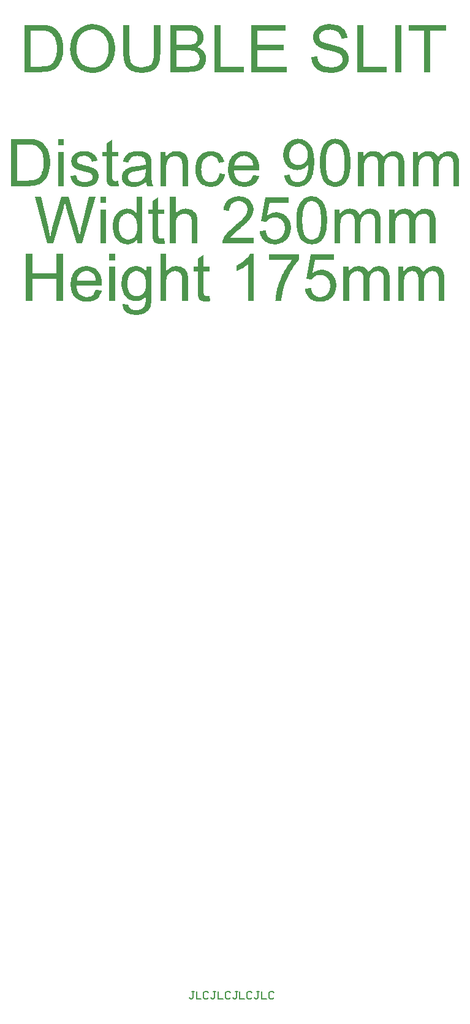
<source format=gto>
G04*
G04 #@! TF.GenerationSoftware,Altium Limited,Altium Designer,19.1.5 (86)*
G04*
G04 Layer_Color=65535*
%FSLAX25Y25*%
%MOIN*%
G70*
G01*
G75*
%ADD10C,0.00787*%
G36*
X54237Y66098D02*
X54542Y66071D01*
X54847Y66043D01*
X55208Y66015D01*
X55986Y65904D01*
X56847Y65737D01*
X57708Y65487D01*
X58541Y65182D01*
X58569D01*
X58624Y65126D01*
X58763Y65099D01*
X58902Y65015D01*
X59069Y64904D01*
X59291Y64793D01*
X59763Y64515D01*
X60318Y64127D01*
X60874Y63655D01*
X61401Y63127D01*
X61873Y62488D01*
X61901Y62461D01*
X61929Y62405D01*
X61984Y62322D01*
X62068Y62183D01*
X62151Y62016D01*
X62262Y61822D01*
X62345Y61572D01*
X62484Y61322D01*
X62706Y60739D01*
X62901Y60044D01*
X63067Y59295D01*
X63151Y58462D01*
X59902Y58212D01*
Y58239D01*
X59874Y58323D01*
Y58434D01*
X59846Y58600D01*
X59790Y58823D01*
X59735Y59045D01*
X59568Y59572D01*
X59346Y60155D01*
X59013Y60767D01*
X58624Y61350D01*
X58374Y61600D01*
X58096Y61849D01*
X58069Y61877D01*
X58041Y61905D01*
X57930Y61961D01*
X57819Y62044D01*
X57652Y62127D01*
X57458Y62238D01*
X57236Y62349D01*
X56986Y62488D01*
X56680Y62599D01*
X56347Y62710D01*
X55986Y62822D01*
X55597Y62905D01*
X55153Y62988D01*
X54681Y63044D01*
X54181Y63099D01*
X53376D01*
X53154Y63071D01*
X52903D01*
X52626Y63044D01*
X52293Y63016D01*
X51959Y62960D01*
X51210Y62822D01*
X50488Y62627D01*
X49793Y62349D01*
X49460Y62155D01*
X49182Y61961D01*
X49155D01*
X49127Y61905D01*
X48960Y61766D01*
X48738Y61516D01*
X48488Y61183D01*
X48238Y60794D01*
X48016Y60322D01*
X47849Y59822D01*
X47822Y59545D01*
X47794Y59239D01*
Y59211D01*
Y59184D01*
X47822Y59017D01*
X47849Y58767D01*
X47905Y58462D01*
X48044Y58101D01*
X48210Y57712D01*
X48433Y57351D01*
X48766Y56990D01*
X48821Y56962D01*
X48877Y56906D01*
X48988Y56823D01*
X49127Y56740D01*
X49293Y56656D01*
X49516Y56545D01*
X49766Y56407D01*
X50071Y56268D01*
X50432Y56129D01*
X50849Y55990D01*
X51321Y55823D01*
X51876Y55657D01*
X52459Y55490D01*
X53126Y55296D01*
X53875Y55129D01*
X53931D01*
X54070Y55101D01*
X54264Y55046D01*
X54542Y54962D01*
X54875Y54907D01*
X55264Y54796D01*
X55681Y54713D01*
X56125Y54574D01*
X57069Y54324D01*
X58013Y54074D01*
X58457Y53935D01*
X58846Y53796D01*
X59235Y53657D01*
X59541Y53518D01*
X59568D01*
X59652Y53463D01*
X59763Y53407D01*
X59902Y53324D01*
X60096Y53241D01*
X60318Y53102D01*
X60790Y52797D01*
X61346Y52435D01*
X61873Y51991D01*
X62401Y51464D01*
X62623Y51186D01*
X62845Y50908D01*
Y50880D01*
X62901Y50825D01*
X62956Y50741D01*
X63012Y50630D01*
X63095Y50492D01*
X63178Y50297D01*
X63401Y49853D01*
X63595Y49325D01*
X63762Y48714D01*
X63873Y48020D01*
X63928Y47270D01*
Y47243D01*
Y47187D01*
Y47076D01*
X63901Y46937D01*
Y46743D01*
X63873Y46548D01*
X63789Y46021D01*
X63651Y45437D01*
X63428Y44799D01*
X63123Y44132D01*
X62956Y43771D01*
X62734Y43438D01*
Y43410D01*
X62679Y43355D01*
X62623Y43271D01*
X62512Y43132D01*
X62262Y42827D01*
X61873Y42410D01*
X61401Y41966D01*
X60818Y41494D01*
X60151Y41050D01*
X59374Y40633D01*
X59346D01*
X59263Y40578D01*
X59152Y40550D01*
X58985Y40467D01*
X58791Y40411D01*
X58541Y40328D01*
X58263Y40217D01*
X57930Y40133D01*
X57597Y40050D01*
X57208Y39939D01*
X56375Y39800D01*
X55458Y39689D01*
X54459Y39634D01*
X54125D01*
X53875Y39661D01*
X53570D01*
X53237Y39689D01*
X52848Y39717D01*
X52404Y39772D01*
X51487Y39883D01*
X50515Y40050D01*
X49543Y40300D01*
X48599Y40633D01*
X48571D01*
X48488Y40689D01*
X48377Y40744D01*
X48210Y40828D01*
X48016Y40939D01*
X47794Y41050D01*
X47266Y41383D01*
X46683Y41800D01*
X46072Y42327D01*
X45461Y42938D01*
X44934Y43660D01*
X44906Y43688D01*
X44878Y43744D01*
X44822Y43855D01*
X44739Y44021D01*
X44628Y44216D01*
X44517Y44438D01*
X44378Y44715D01*
X44267Y45021D01*
X44128Y45326D01*
X44017Y45687D01*
X43795Y46493D01*
X43628Y47354D01*
X43573Y47826D01*
X43545Y48298D01*
X46739Y48575D01*
Y48548D01*
Y48492D01*
X46766Y48381D01*
X46794Y48242D01*
X46822Y48076D01*
X46850Y47909D01*
X46961Y47437D01*
X47100Y46937D01*
X47266Y46409D01*
X47488Y45882D01*
X47766Y45382D01*
X47794Y45326D01*
X47933Y45188D01*
X48127Y44965D01*
X48405Y44688D01*
X48766Y44354D01*
X49210Y44049D01*
X49738Y43716D01*
X50349Y43410D01*
X50376D01*
X50432Y43382D01*
X50515Y43355D01*
X50654Y43299D01*
X50821Y43244D01*
X51015Y43160D01*
X51237Y43105D01*
X51487Y43049D01*
X52070Y42910D01*
X52765Y42772D01*
X53487Y42688D01*
X54292Y42660D01*
X54625D01*
X54792Y42688D01*
X54986D01*
X55431Y42744D01*
X55958Y42799D01*
X56541Y42883D01*
X57125Y43021D01*
X57680Y43216D01*
X57708D01*
X57736Y43244D01*
X57819Y43271D01*
X57930Y43327D01*
X58180Y43466D01*
X58513Y43632D01*
X58874Y43855D01*
X59263Y44132D01*
X59596Y44438D01*
X59902Y44799D01*
X59929Y44854D01*
X60013Y44965D01*
X60151Y45188D01*
X60290Y45465D01*
X60401Y45799D01*
X60540Y46159D01*
X60624Y46576D01*
X60651Y46993D01*
Y47020D01*
Y47048D01*
Y47187D01*
X60624Y47437D01*
X60568Y47715D01*
X60485Y48048D01*
X60346Y48409D01*
X60179Y48770D01*
X59929Y49103D01*
X59902Y49131D01*
X59790Y49242D01*
X59624Y49409D01*
X59374Y49631D01*
X59069Y49853D01*
X58652Y50103D01*
X58180Y50353D01*
X57624Y50603D01*
X57569Y50630D01*
X57513Y50658D01*
X57402Y50686D01*
X57291Y50714D01*
X57125Y50769D01*
X56902Y50853D01*
X56680Y50908D01*
X56375Y50991D01*
X56069Y51103D01*
X55681Y51186D01*
X55264Y51297D01*
X54792Y51436D01*
X54292Y51547D01*
X53709Y51714D01*
X53070Y51852D01*
X53042D01*
X52931Y51880D01*
X52737Y51936D01*
X52515Y51991D01*
X52209Y52074D01*
X51876Y52158D01*
X51543Y52269D01*
X51154Y52380D01*
X50321Y52630D01*
X49516Y52908D01*
X49127Y53046D01*
X48766Y53185D01*
X48433Y53324D01*
X48155Y53463D01*
X48127D01*
X48072Y53518D01*
X47988Y53574D01*
X47849Y53630D01*
X47516Y53824D01*
X47127Y54102D01*
X46655Y54463D01*
X46211Y54852D01*
X45767Y55324D01*
X45406Y55823D01*
Y55851D01*
X45378Y55879D01*
X45322Y55962D01*
X45267Y56073D01*
X45128Y56379D01*
X44961Y56768D01*
X44795Y57240D01*
X44656Y57795D01*
X44545Y58406D01*
X44517Y59045D01*
Y59073D01*
Y59128D01*
Y59239D01*
X44545Y59378D01*
Y59545D01*
X44572Y59739D01*
X44656Y60239D01*
X44795Y60794D01*
X44961Y61377D01*
X45239Y62016D01*
X45600Y62655D01*
Y62683D01*
X45656Y62738D01*
X45711Y62822D01*
X45794Y62932D01*
X46072Y63238D01*
X46433Y63627D01*
X46877Y64043D01*
X47433Y64460D01*
X48072Y64876D01*
X48821Y65237D01*
X48849D01*
X48905Y65265D01*
X49044Y65321D01*
X49182Y65376D01*
X49377Y65432D01*
X49627Y65515D01*
X49904Y65598D01*
X50210Y65682D01*
X50543Y65765D01*
X50904Y65848D01*
X51682Y65987D01*
X52570Y66098D01*
X53514Y66126D01*
X53987D01*
X54237Y66098D01*
D02*
G37*
G36*
X-38599Y50880D02*
Y50825D01*
Y50714D01*
Y50519D01*
Y50242D01*
X-38626Y49908D01*
X-38654Y49547D01*
X-38682Y49131D01*
X-38710Y48659D01*
X-38821Y47687D01*
X-38960Y46659D01*
X-39182Y45660D01*
X-39321Y45188D01*
X-39487Y44743D01*
Y44715D01*
X-39515Y44632D01*
X-39571Y44521D01*
X-39654Y44354D01*
X-39765Y44160D01*
X-39876Y43938D01*
X-40209Y43438D01*
X-40404Y43132D01*
X-40626Y42855D01*
X-40903Y42522D01*
X-41181Y42216D01*
X-41515Y41911D01*
X-41848Y41605D01*
X-42237Y41328D01*
X-42653Y41050D01*
X-42681Y41022D01*
X-42764Y40994D01*
X-42875Y40911D01*
X-43070Y40828D01*
X-43292Y40716D01*
X-43569Y40606D01*
X-43875Y40467D01*
X-44264Y40356D01*
X-44653Y40217D01*
X-45097Y40078D01*
X-45597Y39967D01*
X-46124Y39856D01*
X-46707Y39772D01*
X-47318Y39689D01*
X-47957Y39661D01*
X-48624Y39634D01*
X-48985D01*
X-49235Y39661D01*
X-49540D01*
X-49873Y39689D01*
X-50290Y39745D01*
X-50706Y39800D01*
X-51651Y39939D01*
X-52650Y40161D01*
X-53622Y40467D01*
X-54094Y40633D01*
X-54539Y40855D01*
X-54566Y40883D01*
X-54650Y40911D01*
X-54761Y40994D01*
X-54900Y41078D01*
X-55094Y41216D01*
X-55316Y41383D01*
X-55538Y41550D01*
X-55788Y41772D01*
X-56344Y42272D01*
X-56871Y42883D01*
X-57371Y43605D01*
X-57593Y44021D01*
X-57788Y44438D01*
Y44466D01*
X-57815Y44549D01*
X-57871Y44688D01*
X-57926Y44882D01*
X-58010Y45104D01*
X-58093Y45410D01*
X-58176Y45743D01*
X-58260Y46132D01*
X-58371Y46576D01*
X-58454Y47048D01*
X-58538Y47576D01*
X-58593Y48159D01*
X-58676Y48770D01*
X-58704Y49436D01*
X-58760Y50131D01*
Y50880D01*
Y65682D01*
X-55372D01*
Y50880D01*
Y50853D01*
Y50741D01*
Y50575D01*
Y50325D01*
X-55344Y50047D01*
Y49742D01*
X-55316Y49381D01*
X-55288Y49020D01*
X-55233Y48214D01*
X-55122Y47409D01*
X-54955Y46632D01*
X-54872Y46270D01*
X-54761Y45965D01*
Y45937D01*
X-54733Y45910D01*
X-54705Y45826D01*
X-54650Y45715D01*
X-54483Y45410D01*
X-54261Y45076D01*
X-53983Y44660D01*
X-53622Y44271D01*
X-53178Y43882D01*
X-52650Y43521D01*
X-52622D01*
X-52567Y43494D01*
X-52484Y43438D01*
X-52372Y43382D01*
X-52234Y43327D01*
X-52039Y43271D01*
X-51845Y43188D01*
X-51623Y43105D01*
X-51067Y42966D01*
X-50429Y42827D01*
X-49707Y42716D01*
X-48929Y42688D01*
X-48568D01*
X-48318Y42716D01*
X-48013Y42744D01*
X-47652Y42772D01*
X-47263Y42827D01*
X-46846Y42910D01*
X-45985Y43105D01*
X-45541Y43244D01*
X-45097Y43410D01*
X-44680Y43605D01*
X-44291Y43827D01*
X-43931Y44077D01*
X-43597Y44382D01*
X-43569Y44410D01*
X-43514Y44466D01*
X-43458Y44577D01*
X-43347Y44715D01*
X-43236Y44910D01*
X-43097Y45160D01*
X-42931Y45465D01*
X-42792Y45826D01*
X-42653Y46243D01*
X-42486Y46715D01*
X-42348Y47243D01*
X-42237Y47826D01*
X-42125Y48492D01*
X-42042Y49214D01*
X-42014Y50020D01*
X-41987Y50880D01*
Y65682D01*
X-38599D01*
Y50880D01*
D02*
G37*
G36*
X116747Y62655D02*
X108305D01*
Y40050D01*
X104917D01*
Y62655D01*
X96475D01*
Y65682D01*
X116747D01*
Y62655D01*
D02*
G37*
G36*
X92420Y40050D02*
X89032D01*
Y65682D01*
X92420D01*
Y40050D01*
D02*
G37*
G36*
X71787Y43077D02*
X84422D01*
Y40050D01*
X68399D01*
Y65682D01*
X71787D01*
Y43077D01*
D02*
G37*
G36*
X29466Y62655D02*
X14303D01*
Y54824D01*
X28494D01*
Y51797D01*
X14303D01*
Y43077D01*
X30049D01*
Y40050D01*
X10915D01*
Y65682D01*
X29466D01*
Y62655D01*
D02*
G37*
G36*
X-5830Y43077D02*
X6805D01*
Y40050D01*
X-9218D01*
Y65682D01*
X-5830D01*
Y43077D01*
D02*
G37*
G36*
X-22770Y65654D02*
X-22464D01*
X-22159Y65626D01*
X-21798Y65571D01*
X-21076Y65487D01*
X-20270Y65349D01*
X-19521Y65154D01*
X-18799Y64876D01*
X-18771D01*
X-18715Y64849D01*
X-18632Y64793D01*
X-18493Y64738D01*
X-18188Y64543D01*
X-17771Y64293D01*
X-17327Y63960D01*
X-16883Y63543D01*
X-16438Y63044D01*
X-16022Y62488D01*
Y62461D01*
X-15966Y62405D01*
X-15938Y62322D01*
X-15855Y62211D01*
X-15772Y62072D01*
X-15688Y61877D01*
X-15494Y61461D01*
X-15327Y60961D01*
X-15161Y60378D01*
X-15050Y59767D01*
X-14994Y59100D01*
Y59073D01*
Y59017D01*
Y58934D01*
Y58823D01*
X-15050Y58517D01*
X-15105Y58101D01*
X-15216Y57629D01*
X-15383Y57101D01*
X-15605Y56573D01*
X-15911Y56018D01*
Y55990D01*
X-15938Y55962D01*
X-15994Y55879D01*
X-16077Y55768D01*
X-16272Y55518D01*
X-16577Y55185D01*
X-16938Y54824D01*
X-17410Y54435D01*
X-17938Y54046D01*
X-18576Y53685D01*
X-18549D01*
X-18465Y53657D01*
X-18354Y53602D01*
X-18188Y53546D01*
X-17993Y53463D01*
X-17771Y53380D01*
X-17271Y53130D01*
X-16688Y52824D01*
X-16105Y52408D01*
X-15522Y51936D01*
X-15022Y51352D01*
X-14994Y51325D01*
X-14966Y51269D01*
X-14911Y51186D01*
X-14828Y51075D01*
X-14716Y50908D01*
X-14605Y50714D01*
X-14494Y50492D01*
X-14383Y50242D01*
X-14161Y49686D01*
X-13939Y49020D01*
X-13800Y48270D01*
X-13745Y47881D01*
Y47465D01*
Y47437D01*
Y47381D01*
Y47298D01*
Y47159D01*
X-13772Y46993D01*
Y46826D01*
X-13828Y46382D01*
X-13939Y45854D01*
X-14078Y45299D01*
X-14272Y44688D01*
X-14522Y44104D01*
Y44077D01*
X-14550Y44049D01*
X-14605Y43966D01*
X-14661Y43855D01*
X-14828Y43577D01*
X-15050Y43244D01*
X-15300Y42855D01*
X-15633Y42466D01*
X-15994Y42077D01*
X-16410Y41716D01*
X-16466Y41688D01*
X-16605Y41577D01*
X-16855Y41439D01*
X-17188Y41244D01*
X-17577Y41050D01*
X-18049Y40828D01*
X-18604Y40633D01*
X-19215Y40467D01*
X-19243D01*
X-19298Y40439D01*
X-19382D01*
X-19521Y40411D01*
X-19687Y40383D01*
X-19882Y40328D01*
X-20104Y40300D01*
X-20354Y40272D01*
X-20631Y40217D01*
X-20965Y40189D01*
X-21659Y40106D01*
X-22464Y40078D01*
X-23353Y40050D01*
X-33100D01*
Y65682D01*
X-23020D01*
X-22770Y65654D01*
D02*
G37*
G36*
X-102692D02*
X-102358D01*
X-102025Y65626D01*
X-101276Y65598D01*
X-100526Y65515D01*
X-99776Y65432D01*
X-99443Y65349D01*
X-99137Y65293D01*
X-99110D01*
X-99026Y65265D01*
X-98915Y65237D01*
X-98776Y65182D01*
X-98582Y65126D01*
X-98360Y65071D01*
X-97832Y64876D01*
X-97249Y64626D01*
X-96638Y64321D01*
X-95999Y63932D01*
X-95388Y63460D01*
X-95360Y63432D01*
X-95305Y63377D01*
X-95194Y63294D01*
X-95055Y63155D01*
X-94888Y62988D01*
X-94694Y62766D01*
X-94472Y62544D01*
X-94250Y62266D01*
X-94000Y61961D01*
X-93750Y61627D01*
X-93500Y61266D01*
X-93250Y60878D01*
X-92778Y60017D01*
X-92361Y59073D01*
Y59045D01*
X-92306Y58961D01*
X-92278Y58795D01*
X-92195Y58600D01*
X-92111Y58350D01*
X-92028Y58045D01*
X-91945Y57712D01*
X-91834Y57323D01*
X-91750Y56879D01*
X-91667Y56407D01*
X-91584Y55907D01*
X-91501Y55379D01*
X-91417Y54824D01*
X-91389Y54241D01*
X-91334Y52991D01*
Y52963D01*
Y52852D01*
Y52713D01*
Y52491D01*
X-91362Y52241D01*
Y51936D01*
X-91389Y51602D01*
X-91417Y51241D01*
X-91501Y50436D01*
X-91639Y49575D01*
X-91806Y48687D01*
X-92028Y47798D01*
Y47770D01*
X-92056Y47687D01*
X-92111Y47576D01*
X-92139Y47437D01*
X-92222Y47243D01*
X-92306Y47020D01*
X-92500Y46493D01*
X-92750Y45910D01*
X-93056Y45271D01*
X-93389Y44660D01*
X-93778Y44077D01*
Y44049D01*
X-93833Y44021D01*
X-93889Y43938D01*
X-93972Y43827D01*
X-94166Y43577D01*
X-94472Y43244D01*
X-94805Y42855D01*
X-95194Y42466D01*
X-95638Y42105D01*
X-96110Y41744D01*
X-96138D01*
X-96166Y41716D01*
X-96332Y41605D01*
X-96610Y41466D01*
X-96971Y41272D01*
X-97416Y41078D01*
X-97943Y40855D01*
X-98554Y40661D01*
X-99193Y40467D01*
X-99221D01*
X-99276Y40439D01*
X-99359D01*
X-99498Y40411D01*
X-99665Y40383D01*
X-99887Y40328D01*
X-100109Y40300D01*
X-100359Y40272D01*
X-100970Y40189D01*
X-101664Y40106D01*
X-102442Y40078D01*
X-103275Y40050D01*
X-112522D01*
Y65682D01*
X-102970D01*
X-102692Y65654D01*
D02*
G37*
G36*
X-74839Y66098D02*
X-74505Y66071D01*
X-74144Y66043D01*
X-73755Y65987D01*
X-73311Y65904D01*
X-72811Y65821D01*
X-72311Y65710D01*
X-71784Y65571D01*
X-71228Y65404D01*
X-70673Y65210D01*
X-70118Y64987D01*
X-69590Y64738D01*
X-69034Y64432D01*
X-69007Y64404D01*
X-68896Y64349D01*
X-68757Y64266D01*
X-68563Y64127D01*
X-68313Y63960D01*
X-68063Y63738D01*
X-67757Y63488D01*
X-67424Y63210D01*
X-67063Y62877D01*
X-66702Y62516D01*
X-66341Y62127D01*
X-65980Y61711D01*
X-65647Y61266D01*
X-65286Y60767D01*
X-64980Y60239D01*
X-64675Y59684D01*
X-64647Y59656D01*
X-64619Y59545D01*
X-64536Y59378D01*
X-64452Y59156D01*
X-64314Y58878D01*
X-64203Y58517D01*
X-64064Y58128D01*
X-63925Y57684D01*
X-63786Y57212D01*
X-63647Y56684D01*
X-63508Y56101D01*
X-63397Y55518D01*
X-63314Y54879D01*
X-63231Y54213D01*
X-63203Y53546D01*
X-63175Y52824D01*
Y52769D01*
Y52658D01*
Y52435D01*
X-63203Y52158D01*
X-63231Y51824D01*
X-63258Y51436D01*
X-63314Y50991D01*
X-63370Y50492D01*
X-63453Y49964D01*
X-63564Y49409D01*
X-63675Y48825D01*
X-63841Y48242D01*
X-64036Y47631D01*
X-64230Y47048D01*
X-64480Y46437D01*
X-64758Y45854D01*
X-64786Y45826D01*
X-64841Y45715D01*
X-64925Y45548D01*
X-65036Y45354D01*
X-65202Y45104D01*
X-65397Y44799D01*
X-65647Y44466D01*
X-65896Y44104D01*
X-66202Y43744D01*
X-66535Y43355D01*
X-66924Y42966D01*
X-67313Y42577D01*
X-67729Y42216D01*
X-68201Y41855D01*
X-68701Y41494D01*
X-69229Y41189D01*
X-69257Y41161D01*
X-69368Y41133D01*
X-69507Y41050D01*
X-69729Y40939D01*
X-70007Y40828D01*
X-70312Y40689D01*
X-70673Y40550D01*
X-71090Y40411D01*
X-71534Y40272D01*
X-72006Y40133D01*
X-72534Y39994D01*
X-73061Y39883D01*
X-74227Y39689D01*
X-74839Y39661D01*
X-75449Y39634D01*
X-75810D01*
X-76060Y39661D01*
X-76366Y39689D01*
X-76755Y39717D01*
X-77143Y39772D01*
X-77615Y39856D01*
X-78088Y39939D01*
X-78615Y40050D01*
X-79143Y40189D01*
X-79698Y40356D01*
X-80254Y40550D01*
X-80809Y40800D01*
X-81364Y41050D01*
X-81920Y41355D01*
X-81948Y41383D01*
X-82031Y41439D01*
X-82197Y41550D01*
X-82392Y41688D01*
X-82614Y41855D01*
X-82892Y42077D01*
X-83197Y42327D01*
X-83530Y42605D01*
X-83891Y42938D01*
X-84225Y43299D01*
X-84586Y43688D01*
X-84947Y44104D01*
X-85308Y44577D01*
X-85641Y45049D01*
X-85947Y45576D01*
X-86252Y46132D01*
X-86280Y46159D01*
X-86308Y46270D01*
X-86391Y46437D01*
X-86474Y46659D01*
X-86585Y46937D01*
X-86696Y47270D01*
X-86835Y47631D01*
X-86974Y48076D01*
X-87113Y48520D01*
X-87252Y49020D01*
X-87363Y49547D01*
X-87474Y50103D01*
X-87640Y51269D01*
X-87668Y51908D01*
X-87696Y52519D01*
Y52547D01*
Y52602D01*
Y52685D01*
Y52797D01*
X-87668Y52963D01*
Y53130D01*
X-87640Y53574D01*
X-87585Y54102D01*
X-87502Y54740D01*
X-87418Y55407D01*
X-87279Y56157D01*
X-87085Y56962D01*
X-86863Y57767D01*
X-86585Y58600D01*
X-86252Y59434D01*
X-85863Y60267D01*
X-85419Y61044D01*
X-84891Y61822D01*
X-84280Y62516D01*
X-84253Y62544D01*
X-84114Y62683D01*
X-83919Y62849D01*
X-83669Y63071D01*
X-83308Y63349D01*
X-82920Y63655D01*
X-82447Y63988D01*
X-81892Y64321D01*
X-81281Y64654D01*
X-80615Y64987D01*
X-79893Y65293D01*
X-79087Y65571D01*
X-78254Y65793D01*
X-77365Y65960D01*
X-76421Y66098D01*
X-75422Y66126D01*
X-75088D01*
X-74839Y66098D01*
D02*
G37*
G36*
X-91084Y84D02*
X-94222D01*
Y3666D01*
X-91084D01*
Y84D01*
D02*
G37*
G36*
X-29379Y-2999D02*
X-29212D01*
X-28796Y-3054D01*
X-28324Y-3110D01*
X-27796Y-3221D01*
X-27268Y-3388D01*
X-26741Y-3582D01*
X-26713D01*
X-26685Y-3610D01*
X-26519Y-3693D01*
X-26269Y-3832D01*
X-25936Y-3999D01*
X-25602Y-4249D01*
X-25241Y-4499D01*
X-24908Y-4804D01*
X-24630Y-5165D01*
X-24602Y-5221D01*
X-24519Y-5332D01*
X-24408Y-5554D01*
X-24241Y-5832D01*
X-24075Y-6165D01*
X-23936Y-6554D01*
X-23769Y-6998D01*
X-23658Y-7498D01*
Y-7525D01*
X-23631Y-7664D01*
X-23603Y-7886D01*
X-23547Y-8192D01*
X-23519Y-8608D01*
Y-8858D01*
X-23492Y-9136D01*
Y-9442D01*
X-23464Y-9803D01*
Y-10164D01*
Y-10552D01*
Y-21966D01*
X-26602D01*
Y-10663D01*
Y-10636D01*
Y-10580D01*
Y-10469D01*
Y-10358D01*
Y-10191D01*
X-26630Y-9997D01*
X-26658Y-9580D01*
X-26685Y-9108D01*
X-26769Y-8636D01*
X-26852Y-8192D01*
X-26991Y-7803D01*
X-27018Y-7748D01*
X-27074Y-7637D01*
X-27157Y-7470D01*
X-27296Y-7248D01*
X-27463Y-6998D01*
X-27685Y-6748D01*
X-27963Y-6498D01*
X-28296Y-6276D01*
X-28324Y-6248D01*
X-28463Y-6193D01*
X-28657Y-6081D01*
X-28907Y-5970D01*
X-29240Y-5887D01*
X-29601Y-5776D01*
X-30018Y-5720D01*
X-30490Y-5693D01*
X-30684D01*
X-30823Y-5720D01*
X-30990D01*
X-31212Y-5748D01*
X-31684Y-5859D01*
X-32212Y-5998D01*
X-32795Y-6220D01*
X-33378Y-6554D01*
X-33683Y-6748D01*
X-33961Y-6970D01*
X-33989Y-6998D01*
X-34017Y-7026D01*
X-34100Y-7109D01*
X-34183Y-7220D01*
X-34294Y-7387D01*
X-34405Y-7553D01*
X-34544Y-7775D01*
X-34683Y-8053D01*
X-34822Y-8359D01*
X-34961Y-8720D01*
X-35072Y-9108D01*
X-35183Y-9553D01*
X-35266Y-10053D01*
X-35350Y-10580D01*
X-35377Y-11191D01*
X-35405Y-11830D01*
Y-21966D01*
X-38543D01*
Y-3388D01*
X-35710D01*
Y-6054D01*
X-35683Y-6026D01*
X-35627Y-5915D01*
X-35488Y-5776D01*
X-35322Y-5582D01*
X-35127Y-5332D01*
X-34877Y-5082D01*
X-34572Y-4804D01*
X-34211Y-4499D01*
X-33822Y-4221D01*
X-33378Y-3943D01*
X-32906Y-3693D01*
X-32378Y-3443D01*
X-31795Y-3249D01*
X-31184Y-3110D01*
X-30518Y-2999D01*
X-29823Y-2971D01*
X-29546D01*
X-29379Y-2999D01*
D02*
G37*
G36*
X118635D02*
X118885Y-3027D01*
X119135Y-3054D01*
X119440Y-3110D01*
X119774Y-3166D01*
X120440Y-3360D01*
X121162Y-3638D01*
X121495Y-3804D01*
X121829Y-3999D01*
X122162Y-4249D01*
X122440Y-4526D01*
X122467Y-4554D01*
X122495Y-4610D01*
X122579Y-4693D01*
X122662Y-4804D01*
X122801Y-4971D01*
X122912Y-5165D01*
X123050Y-5415D01*
X123189Y-5693D01*
X123328Y-5998D01*
X123467Y-6331D01*
X123606Y-6720D01*
X123717Y-7137D01*
X123800Y-7609D01*
X123884Y-8109D01*
X123911Y-8636D01*
X123939Y-9219D01*
Y-21966D01*
X120801D01*
Y-10275D01*
Y-10247D01*
Y-10191D01*
Y-10080D01*
Y-9969D01*
X120773Y-9636D01*
Y-9219D01*
X120718Y-8775D01*
X120662Y-8331D01*
X120607Y-7914D01*
X120496Y-7553D01*
Y-7525D01*
X120440Y-7414D01*
X120357Y-7276D01*
X120246Y-7081D01*
X120079Y-6859D01*
X119913Y-6637D01*
X119663Y-6415D01*
X119385Y-6220D01*
X119357Y-6193D01*
X119246Y-6137D01*
X119079Y-6054D01*
X118857Y-5943D01*
X118580Y-5859D01*
X118246Y-5776D01*
X117885Y-5720D01*
X117497Y-5693D01*
X117302D01*
X117163Y-5720D01*
X116997D01*
X116802Y-5748D01*
X116358Y-5859D01*
X115830Y-5998D01*
X115275Y-6248D01*
X114747Y-6554D01*
X114470Y-6776D01*
X114220Y-6998D01*
Y-7026D01*
X114164Y-7053D01*
X114109Y-7137D01*
X114025Y-7248D01*
X113914Y-7387D01*
X113803Y-7553D01*
X113692Y-7775D01*
X113581Y-7998D01*
X113442Y-8275D01*
X113331Y-8581D01*
X113220Y-8942D01*
X113109Y-9303D01*
X113026Y-9719D01*
X112970Y-10191D01*
X112942Y-10663D01*
X112915Y-11191D01*
Y-21966D01*
X109776D01*
Y-9914D01*
Y-9886D01*
Y-9830D01*
Y-9719D01*
Y-9553D01*
X109749Y-9386D01*
Y-9192D01*
X109693Y-8720D01*
X109582Y-8220D01*
X109443Y-7692D01*
X109249Y-7192D01*
X108999Y-6748D01*
X108971Y-6692D01*
X108860Y-6581D01*
X108666Y-6415D01*
X108416Y-6220D01*
X108055Y-6026D01*
X107638Y-5859D01*
X107111Y-5748D01*
X106500Y-5693D01*
X106278D01*
X106027Y-5720D01*
X105694Y-5776D01*
X105306Y-5859D01*
X104889Y-5998D01*
X104472Y-6165D01*
X104028Y-6415D01*
X103973Y-6442D01*
X103834Y-6554D01*
X103639Y-6692D01*
X103417Y-6942D01*
X103139Y-7220D01*
X102862Y-7581D01*
X102612Y-7998D01*
X102390Y-8470D01*
Y-8497D01*
X102362Y-8525D01*
X102334Y-8608D01*
X102306Y-8720D01*
X102279Y-8858D01*
X102223Y-9025D01*
X102195Y-9219D01*
X102140Y-9442D01*
X102084Y-9719D01*
X102056Y-9997D01*
X102001Y-10302D01*
X101973Y-10663D01*
X101945Y-11024D01*
X101918Y-11441D01*
X101890Y-11858D01*
Y-12330D01*
Y-21966D01*
X98752D01*
Y-3388D01*
X101557D01*
Y-5970D01*
X101612Y-5943D01*
X101723Y-5776D01*
X101918Y-5526D01*
X102195Y-5221D01*
X102529Y-4860D01*
X102917Y-4499D01*
X103362Y-4138D01*
X103889Y-3804D01*
X103917D01*
X103945Y-3777D01*
X104028Y-3721D01*
X104139Y-3666D01*
X104278Y-3610D01*
X104445Y-3527D01*
X104833Y-3388D01*
X105333Y-3221D01*
X105889Y-3110D01*
X106527Y-2999D01*
X107194Y-2971D01*
X107527D01*
X107721Y-2999D01*
X107916Y-3027D01*
X108388Y-3082D01*
X108916Y-3193D01*
X109471Y-3332D01*
X110026Y-3554D01*
X110554Y-3832D01*
X110582D01*
X110610Y-3860D01*
X110776Y-3999D01*
X110998Y-4193D01*
X111304Y-4443D01*
X111609Y-4804D01*
X111915Y-5193D01*
X112192Y-5665D01*
X112442Y-6220D01*
X112470Y-6193D01*
X112554Y-6081D01*
X112665Y-5915D01*
X112859Y-5720D01*
X113053Y-5471D01*
X113331Y-5193D01*
X113637Y-4887D01*
X113997Y-4582D01*
X114386Y-4304D01*
X114831Y-3999D01*
X115303Y-3721D01*
X115803Y-3471D01*
X116358Y-3277D01*
X116941Y-3110D01*
X117552Y-2999D01*
X118191Y-2971D01*
X118468D01*
X118635Y-2999D01*
D02*
G37*
G36*
X88810D02*
X89060Y-3027D01*
X89310Y-3054D01*
X89615Y-3110D01*
X89949Y-3166D01*
X90615Y-3360D01*
X91337Y-3638D01*
X91671Y-3804D01*
X92004Y-3999D01*
X92337Y-4249D01*
X92615Y-4526D01*
X92642Y-4554D01*
X92670Y-4610D01*
X92753Y-4693D01*
X92837Y-4804D01*
X92976Y-4971D01*
X93087Y-5165D01*
X93226Y-5415D01*
X93364Y-5693D01*
X93503Y-5998D01*
X93642Y-6331D01*
X93781Y-6720D01*
X93892Y-7137D01*
X93975Y-7609D01*
X94059Y-8109D01*
X94086Y-8636D01*
X94114Y-9219D01*
Y-21966D01*
X90976D01*
Y-10275D01*
Y-10247D01*
Y-10191D01*
Y-10080D01*
Y-9969D01*
X90948Y-9636D01*
Y-9219D01*
X90893Y-8775D01*
X90837Y-8331D01*
X90782Y-7914D01*
X90671Y-7553D01*
Y-7525D01*
X90615Y-7414D01*
X90532Y-7276D01*
X90421Y-7081D01*
X90254Y-6859D01*
X90088Y-6637D01*
X89838Y-6415D01*
X89560Y-6220D01*
X89532Y-6193D01*
X89421Y-6137D01*
X89254Y-6054D01*
X89032Y-5943D01*
X88755Y-5859D01*
X88421Y-5776D01*
X88060Y-5720D01*
X87672Y-5693D01*
X87477D01*
X87338Y-5720D01*
X87172D01*
X86977Y-5748D01*
X86533Y-5859D01*
X86005Y-5998D01*
X85450Y-6248D01*
X84922Y-6554D01*
X84645Y-6776D01*
X84395Y-6998D01*
Y-7026D01*
X84339Y-7053D01*
X84284Y-7137D01*
X84200Y-7248D01*
X84089Y-7387D01*
X83978Y-7553D01*
X83867Y-7775D01*
X83756Y-7998D01*
X83617Y-8275D01*
X83506Y-8581D01*
X83395Y-8942D01*
X83284Y-9303D01*
X83201Y-9719D01*
X83145Y-10191D01*
X83117Y-10663D01*
X83090Y-11191D01*
Y-21966D01*
X79952D01*
Y-9914D01*
Y-9886D01*
Y-9830D01*
Y-9719D01*
Y-9553D01*
X79924Y-9386D01*
Y-9192D01*
X79868Y-8720D01*
X79757Y-8220D01*
X79618Y-7692D01*
X79424Y-7192D01*
X79174Y-6748D01*
X79146Y-6692D01*
X79035Y-6581D01*
X78841Y-6415D01*
X78591Y-6220D01*
X78230Y-6026D01*
X77813Y-5859D01*
X77286Y-5748D01*
X76675Y-5693D01*
X76452D01*
X76203Y-5720D01*
X75869Y-5776D01*
X75481Y-5859D01*
X75064Y-5998D01*
X74647Y-6165D01*
X74203Y-6415D01*
X74148Y-6442D01*
X74009Y-6554D01*
X73814Y-6692D01*
X73592Y-6942D01*
X73314Y-7220D01*
X73037Y-7581D01*
X72787Y-7998D01*
X72565Y-8470D01*
Y-8497D01*
X72537Y-8525D01*
X72509Y-8608D01*
X72481Y-8720D01*
X72454Y-8858D01*
X72398Y-9025D01*
X72370Y-9219D01*
X72315Y-9442D01*
X72259Y-9719D01*
X72231Y-9997D01*
X72176Y-10302D01*
X72148Y-10663D01*
X72120Y-11024D01*
X72093Y-11441D01*
X72065Y-11858D01*
Y-12330D01*
Y-21966D01*
X68927D01*
Y-3388D01*
X71732D01*
Y-5970D01*
X71787Y-5943D01*
X71898Y-5776D01*
X72093Y-5526D01*
X72370Y-5221D01*
X72703Y-4860D01*
X73092Y-4499D01*
X73537Y-4138D01*
X74064Y-3804D01*
X74092D01*
X74120Y-3777D01*
X74203Y-3721D01*
X74314Y-3666D01*
X74453Y-3610D01*
X74620Y-3527D01*
X75008Y-3388D01*
X75508Y-3221D01*
X76064Y-3110D01*
X76702Y-2999D01*
X77369Y-2971D01*
X77702D01*
X77896Y-2999D01*
X78091Y-3027D01*
X78563Y-3082D01*
X79091Y-3193D01*
X79646Y-3332D01*
X80201Y-3554D01*
X80729Y-3832D01*
X80757D01*
X80785Y-3860D01*
X80951Y-3999D01*
X81173Y-4193D01*
X81479Y-4443D01*
X81784Y-4804D01*
X82090Y-5193D01*
X82367Y-5665D01*
X82617Y-6220D01*
X82645Y-6193D01*
X82728Y-6081D01*
X82840Y-5915D01*
X83034Y-5720D01*
X83228Y-5471D01*
X83506Y-5193D01*
X83811Y-4887D01*
X84173Y-4582D01*
X84561Y-4304D01*
X85006Y-3999D01*
X85478Y-3721D01*
X85978Y-3471D01*
X86533Y-3277D01*
X87116Y-3110D01*
X87727Y-2999D01*
X88366Y-2971D01*
X88643D01*
X88810Y-2999D01*
D02*
G37*
G36*
X-79643D02*
X-79421D01*
X-78893Y-3054D01*
X-78310Y-3138D01*
X-77643Y-3249D01*
X-77004Y-3388D01*
X-76366Y-3610D01*
X-76338D01*
X-76283Y-3638D01*
X-76199Y-3666D01*
X-76088Y-3721D01*
X-75810Y-3860D01*
X-75422Y-4054D01*
X-75033Y-4304D01*
X-74644Y-4610D01*
X-74255Y-4943D01*
X-73922Y-5332D01*
X-73894Y-5387D01*
X-73783Y-5526D01*
X-73644Y-5776D01*
X-73478Y-6081D01*
X-73283Y-6498D01*
X-73117Y-6998D01*
X-72950Y-7553D01*
X-72811Y-8192D01*
X-75894Y-8608D01*
Y-8581D01*
Y-8553D01*
X-75949Y-8386D01*
X-76005Y-8109D01*
X-76116Y-7803D01*
X-76283Y-7442D01*
X-76505Y-7081D01*
X-76782Y-6720D01*
X-77116Y-6387D01*
X-77171Y-6359D01*
X-77310Y-6248D01*
X-77532Y-6109D01*
X-77838Y-5970D01*
X-78254Y-5804D01*
X-78754Y-5693D01*
X-79309Y-5582D01*
X-79976Y-5554D01*
X-80337D01*
X-80503Y-5582D01*
X-80698D01*
X-81170Y-5637D01*
X-81670Y-5720D01*
X-82197Y-5859D01*
X-82670Y-6026D01*
X-82864Y-6137D01*
X-83058Y-6276D01*
X-83086Y-6304D01*
X-83197Y-6415D01*
X-83336Y-6554D01*
X-83503Y-6748D01*
X-83697Y-6998D01*
X-83836Y-7303D01*
X-83947Y-7609D01*
X-83975Y-7970D01*
Y-7998D01*
Y-8081D01*
X-83947Y-8192D01*
X-83919Y-8331D01*
X-83808Y-8692D01*
X-83725Y-8886D01*
X-83614Y-9081D01*
X-83586Y-9108D01*
X-83530Y-9164D01*
X-83447Y-9247D01*
X-83308Y-9358D01*
X-83142Y-9497D01*
X-82920Y-9636D01*
X-82670Y-9775D01*
X-82392Y-9914D01*
X-82364D01*
X-82281Y-9941D01*
X-82114Y-9997D01*
X-81864Y-10080D01*
X-81698Y-10136D01*
X-81503Y-10191D01*
X-81281Y-10247D01*
X-81031Y-10330D01*
X-80726Y-10414D01*
X-80392Y-10497D01*
X-80032Y-10608D01*
X-79615Y-10719D01*
X-79587D01*
X-79476Y-10747D01*
X-79309Y-10802D01*
X-79059Y-10858D01*
X-78810Y-10941D01*
X-78504Y-11024D01*
X-78143Y-11136D01*
X-77782Y-11247D01*
X-77004Y-11469D01*
X-76255Y-11719D01*
X-75894Y-11830D01*
X-75560Y-11969D01*
X-75255Y-12080D01*
X-74977Y-12191D01*
X-74950D01*
X-74922Y-12219D01*
X-74755Y-12302D01*
X-74505Y-12413D01*
X-74227Y-12607D01*
X-73894Y-12830D01*
X-73533Y-13107D01*
X-73200Y-13441D01*
X-72895Y-13829D01*
X-72867Y-13885D01*
X-72783Y-14024D01*
X-72645Y-14246D01*
X-72506Y-14579D01*
X-72367Y-14968D01*
X-72228Y-15412D01*
X-72145Y-15940D01*
X-72117Y-16523D01*
Y-16551D01*
Y-16606D01*
Y-16690D01*
Y-16801D01*
X-72173Y-17106D01*
X-72228Y-17495D01*
X-72339Y-17939D01*
X-72506Y-18439D01*
X-72756Y-18967D01*
X-73061Y-19494D01*
Y-19522D01*
X-73117Y-19550D01*
X-73228Y-19716D01*
X-73450Y-19966D01*
X-73728Y-20272D01*
X-74116Y-20633D01*
X-74561Y-20994D01*
X-75088Y-21327D01*
X-75699Y-21633D01*
X-75727D01*
X-75783Y-21660D01*
X-75866Y-21688D01*
X-76005Y-21744D01*
X-76171Y-21799D01*
X-76366Y-21883D01*
X-76588Y-21938D01*
X-76838Y-21994D01*
X-77421Y-22132D01*
X-78088Y-22271D01*
X-78810Y-22355D01*
X-79615Y-22382D01*
X-79976D01*
X-80226Y-22355D01*
X-80503Y-22327D01*
X-80865Y-22299D01*
X-81253Y-22271D01*
X-81670Y-22188D01*
X-82559Y-22021D01*
X-83503Y-21771D01*
X-83947Y-21605D01*
X-84391Y-21383D01*
X-84780Y-21161D01*
X-85169Y-20911D01*
X-85197Y-20883D01*
X-85252Y-20827D01*
X-85335Y-20744D01*
X-85474Y-20633D01*
X-85613Y-20466D01*
X-85780Y-20272D01*
X-85974Y-20050D01*
X-86169Y-19800D01*
X-86391Y-19494D01*
X-86585Y-19161D01*
X-86780Y-18800D01*
X-86974Y-18384D01*
X-87141Y-17967D01*
X-87307Y-17495D01*
X-87446Y-16967D01*
X-87557Y-16440D01*
X-84447Y-15940D01*
Y-15968D01*
X-84419Y-16023D01*
Y-16106D01*
X-84391Y-16245D01*
X-84364Y-16412D01*
X-84308Y-16578D01*
X-84169Y-16995D01*
X-83975Y-17467D01*
X-83725Y-17967D01*
X-83419Y-18411D01*
X-83003Y-18828D01*
X-82975D01*
X-82947Y-18856D01*
X-82781Y-18967D01*
X-82503Y-19133D01*
X-82114Y-19300D01*
X-81642Y-19494D01*
X-81059Y-19633D01*
X-80392Y-19744D01*
X-79643Y-19800D01*
X-79421D01*
X-79282Y-19772D01*
X-79087D01*
X-78893Y-19744D01*
X-78421Y-19689D01*
X-77893Y-19578D01*
X-77338Y-19439D01*
X-76838Y-19217D01*
X-76394Y-18939D01*
X-76338Y-18911D01*
X-76227Y-18772D01*
X-76060Y-18606D01*
X-75866Y-18356D01*
X-75672Y-18050D01*
X-75505Y-17689D01*
X-75394Y-17300D01*
X-75338Y-16856D01*
Y-16801D01*
Y-16690D01*
X-75394Y-16467D01*
X-75449Y-16245D01*
X-75560Y-15968D01*
X-75727Y-15690D01*
X-75977Y-15412D01*
X-76283Y-15162D01*
X-76310Y-15134D01*
X-76421Y-15079D01*
X-76616Y-14996D01*
X-76755Y-14940D01*
X-76921Y-14885D01*
X-77143Y-14801D01*
X-77365Y-14718D01*
X-77615Y-14635D01*
X-77921Y-14551D01*
X-78254Y-14440D01*
X-78643Y-14329D01*
X-79059Y-14218D01*
X-79504Y-14107D01*
X-79532D01*
X-79643Y-14079D01*
X-79837Y-14024D01*
X-80059Y-13968D01*
X-80337Y-13885D01*
X-80670Y-13802D01*
X-81031Y-13690D01*
X-81420Y-13579D01*
X-82197Y-13329D01*
X-83003Y-13080D01*
X-83392Y-12968D01*
X-83725Y-12830D01*
X-84058Y-12691D01*
X-84336Y-12580D01*
X-84364D01*
X-84391Y-12552D01*
X-84558Y-12469D01*
X-84780Y-12330D01*
X-85086Y-12108D01*
X-85419Y-11858D01*
X-85752Y-11580D01*
X-86085Y-11219D01*
X-86363Y-10830D01*
X-86391Y-10775D01*
X-86474Y-10636D01*
X-86585Y-10386D01*
X-86696Y-10080D01*
X-86807Y-9719D01*
X-86918Y-9303D01*
X-87002Y-8831D01*
X-87029Y-8331D01*
Y-8303D01*
Y-8275D01*
Y-8109D01*
X-87002Y-7886D01*
X-86946Y-7581D01*
X-86891Y-7220D01*
X-86807Y-6831D01*
X-86668Y-6415D01*
X-86474Y-6026D01*
X-86446Y-5970D01*
X-86363Y-5859D01*
X-86252Y-5665D01*
X-86058Y-5415D01*
X-85863Y-5137D01*
X-85585Y-4832D01*
X-85280Y-4554D01*
X-84919Y-4276D01*
X-84891Y-4249D01*
X-84780Y-4193D01*
X-84614Y-4082D01*
X-84391Y-3971D01*
X-84114Y-3832D01*
X-83780Y-3666D01*
X-83364Y-3499D01*
X-82920Y-3360D01*
X-82892D01*
X-82864Y-3332D01*
X-82697Y-3305D01*
X-82447Y-3249D01*
X-82086Y-3166D01*
X-81698Y-3082D01*
X-81226Y-3027D01*
X-80726Y-2999D01*
X-80198Y-2971D01*
X-79837D01*
X-79643Y-2999D01*
D02*
G37*
G36*
X-10634D02*
X-10384Y-3027D01*
X-10079Y-3054D01*
X-9746Y-3110D01*
X-9385Y-3166D01*
X-8607Y-3360D01*
X-7774Y-3638D01*
X-7357Y-3804D01*
X-6941Y-3999D01*
X-6552Y-4249D01*
X-6191Y-4526D01*
X-6163Y-4554D01*
X-6108Y-4610D01*
X-5997Y-4693D01*
X-5886Y-4804D01*
X-5719Y-4971D01*
X-5552Y-5165D01*
X-5358Y-5387D01*
X-5164Y-5637D01*
X-4941Y-5943D01*
X-4747Y-6248D01*
X-4525Y-6609D01*
X-4330Y-6998D01*
X-4164Y-7414D01*
X-3997Y-7859D01*
X-3831Y-8359D01*
X-3720Y-8858D01*
X-6774Y-9330D01*
Y-9303D01*
X-6802Y-9247D01*
X-6830Y-9164D01*
X-6858Y-9025D01*
X-6969Y-8692D01*
X-7135Y-8275D01*
X-7357Y-7831D01*
X-7607Y-7359D01*
X-7941Y-6915D01*
X-8329Y-6526D01*
X-8385Y-6470D01*
X-8524Y-6359D01*
X-8774Y-6220D01*
X-9079Y-6026D01*
X-9468Y-5859D01*
X-9912Y-5693D01*
X-10440Y-5582D01*
X-10995Y-5554D01*
X-11217D01*
X-11384Y-5582D01*
X-11606Y-5609D01*
X-11828Y-5637D01*
X-12384Y-5776D01*
X-12995Y-5970D01*
X-13300Y-6109D01*
X-13633Y-6276D01*
X-13939Y-6470D01*
X-14272Y-6720D01*
X-14578Y-6970D01*
X-14855Y-7276D01*
X-14883Y-7303D01*
X-14911Y-7359D01*
X-14994Y-7442D01*
X-15077Y-7609D01*
X-15189Y-7775D01*
X-15327Y-7998D01*
X-15466Y-8275D01*
X-15577Y-8581D01*
X-15716Y-8942D01*
X-15855Y-9330D01*
X-15994Y-9775D01*
X-16105Y-10275D01*
X-16188Y-10802D01*
X-16272Y-11358D01*
X-16299Y-11997D01*
X-16327Y-12663D01*
Y-12691D01*
Y-12830D01*
Y-13024D01*
X-16299Y-13274D01*
X-16272Y-13579D01*
X-16244Y-13940D01*
X-16216Y-14329D01*
X-16161Y-14746D01*
X-15994Y-15634D01*
X-15716Y-16551D01*
X-15577Y-16967D01*
X-15383Y-17384D01*
X-15161Y-17773D01*
X-14911Y-18106D01*
X-14883Y-18134D01*
X-14855Y-18189D01*
X-14772Y-18272D01*
X-14661Y-18356D01*
X-14494Y-18495D01*
X-14328Y-18633D01*
X-14133Y-18800D01*
X-13911Y-18939D01*
X-13356Y-19272D01*
X-12717Y-19522D01*
X-12356Y-19633D01*
X-11995Y-19716D01*
X-11578Y-19772D01*
X-11162Y-19800D01*
X-10995D01*
X-10856Y-19772D01*
X-10690D01*
X-10523Y-19744D01*
X-10079Y-19661D01*
X-9607Y-19522D01*
X-9079Y-19328D01*
X-8579Y-19050D01*
X-8079Y-18689D01*
X-8052Y-18661D01*
X-8024Y-18633D01*
X-7885Y-18467D01*
X-7663Y-18189D01*
X-7552Y-18023D01*
X-7413Y-17828D01*
X-7274Y-17578D01*
X-7135Y-17328D01*
X-7024Y-17051D01*
X-6885Y-16717D01*
X-6774Y-16384D01*
X-6663Y-15995D01*
X-6580Y-15607D01*
X-6497Y-15162D01*
X-3414Y-15579D01*
Y-15607D01*
X-3442Y-15718D01*
X-3470Y-15884D01*
X-3525Y-16106D01*
X-3608Y-16384D01*
X-3692Y-16690D01*
X-3803Y-17023D01*
X-3942Y-17412D01*
X-4275Y-18189D01*
X-4497Y-18606D01*
X-4747Y-19022D01*
X-4997Y-19439D01*
X-5302Y-19855D01*
X-5663Y-20216D01*
X-6024Y-20577D01*
X-6052Y-20605D01*
X-6108Y-20661D01*
X-6247Y-20744D01*
X-6385Y-20855D01*
X-6608Y-20994D01*
X-6830Y-21161D01*
X-7135Y-21299D01*
X-7441Y-21466D01*
X-7802Y-21660D01*
X-8190Y-21799D01*
X-8607Y-21966D01*
X-9051Y-22105D01*
X-9551Y-22216D01*
X-10051Y-22299D01*
X-10579Y-22355D01*
X-11134Y-22382D01*
X-11301D01*
X-11495Y-22355D01*
X-11773D01*
X-12078Y-22299D01*
X-12467Y-22244D01*
X-12884Y-22188D01*
X-13328Y-22077D01*
X-13800Y-21938D01*
X-14300Y-21771D01*
X-14800Y-21577D01*
X-15327Y-21327D01*
X-15827Y-21049D01*
X-16327Y-20716D01*
X-16799Y-20355D01*
X-17244Y-19911D01*
X-17271Y-19883D01*
X-17355Y-19800D01*
X-17466Y-19661D01*
X-17605Y-19439D01*
X-17771Y-19189D01*
X-17966Y-18883D01*
X-18188Y-18495D01*
X-18382Y-18078D01*
X-18604Y-17606D01*
X-18826Y-17078D01*
X-19021Y-16495D01*
X-19187Y-15856D01*
X-19326Y-15162D01*
X-19437Y-14412D01*
X-19521Y-13607D01*
X-19548Y-12774D01*
Y-12746D01*
Y-12635D01*
Y-12469D01*
X-19521Y-12274D01*
Y-11997D01*
X-19493Y-11691D01*
X-19465Y-11358D01*
X-19437Y-10969D01*
X-19298Y-10164D01*
X-19132Y-9275D01*
X-18910Y-8359D01*
X-18576Y-7498D01*
Y-7470D01*
X-18521Y-7387D01*
X-18465Y-7276D01*
X-18382Y-7137D01*
X-18271Y-6942D01*
X-18160Y-6720D01*
X-17827Y-6220D01*
X-17410Y-5693D01*
X-16883Y-5110D01*
X-16272Y-4582D01*
X-15550Y-4110D01*
X-15522D01*
X-15466Y-4054D01*
X-15355Y-3999D01*
X-15189Y-3943D01*
X-14994Y-3832D01*
X-14772Y-3749D01*
X-14522Y-3638D01*
X-14244Y-3527D01*
X-13911Y-3443D01*
X-13578Y-3332D01*
X-12828Y-3138D01*
X-11995Y-3027D01*
X-11134Y-2971D01*
X-10829D01*
X-10634Y-2999D01*
D02*
G37*
G36*
X36714Y3721D02*
X36936D01*
X37186Y3666D01*
X37491Y3638D01*
X37797Y3582D01*
X38519Y3416D01*
X39268Y3166D01*
X39657Y3027D01*
X40074Y2833D01*
X40463Y2638D01*
X40851Y2388D01*
X40879Y2361D01*
X40935Y2333D01*
X41046Y2249D01*
X41185Y2138D01*
X41379Y2000D01*
X41573Y1833D01*
X41796Y1639D01*
X42018Y1416D01*
X42268Y1166D01*
X42545Y861D01*
X42795Y556D01*
X43073Y222D01*
X43323Y-166D01*
X43573Y-555D01*
X43795Y-1000D01*
X44017Y-1444D01*
Y-1472D01*
X44073Y-1555D01*
X44128Y-1694D01*
X44184Y-1916D01*
X44267Y-2166D01*
X44350Y-2471D01*
X44462Y-2832D01*
X44572Y-3277D01*
X44656Y-3749D01*
X44767Y-4276D01*
X44850Y-4887D01*
X44934Y-5526D01*
X44989Y-6220D01*
X45045Y-6970D01*
X45100Y-7775D01*
Y-8636D01*
Y-8692D01*
Y-8858D01*
Y-9108D01*
X45072Y-9442D01*
Y-9858D01*
X45045Y-10358D01*
X45017Y-10886D01*
X44961Y-11469D01*
X44906Y-12080D01*
X44850Y-12719D01*
X44656Y-14024D01*
X44378Y-15301D01*
X44212Y-15884D01*
X44017Y-16467D01*
Y-16495D01*
X43962Y-16606D01*
X43906Y-16745D01*
X43823Y-16939D01*
X43712Y-17189D01*
X43573Y-17467D01*
X43406Y-17773D01*
X43240Y-18106D01*
X42795Y-18800D01*
X42240Y-19550D01*
X41601Y-20244D01*
X41240Y-20577D01*
X40851Y-20883D01*
X40824Y-20911D01*
X40768Y-20938D01*
X40629Y-21022D01*
X40490Y-21105D01*
X40268Y-21216D01*
X40046Y-21355D01*
X39768Y-21494D01*
X39435Y-21633D01*
X39102Y-21771D01*
X38713Y-21910D01*
X38324Y-22021D01*
X37880Y-22160D01*
X36936Y-22327D01*
X36436Y-22355D01*
X35908Y-22382D01*
X35631D01*
X35408Y-22355D01*
X35159Y-22327D01*
X34853Y-22299D01*
X34520Y-22244D01*
X34159Y-22160D01*
X33381Y-21966D01*
X32992Y-21827D01*
X32576Y-21688D01*
X32159Y-21494D01*
X31743Y-21272D01*
X31354Y-21022D01*
X30993Y-20716D01*
X30965Y-20688D01*
X30910Y-20633D01*
X30826Y-20550D01*
X30687Y-20411D01*
X30549Y-20244D01*
X30382Y-20022D01*
X30188Y-19772D01*
X29993Y-19494D01*
X29799Y-19189D01*
X29605Y-18828D01*
X29438Y-18439D01*
X29243Y-18023D01*
X29077Y-17578D01*
X28938Y-17106D01*
X28827Y-16578D01*
X28744Y-16023D01*
X31771Y-15773D01*
Y-15801D01*
X31798Y-15856D01*
Y-15968D01*
X31854Y-16134D01*
X31882Y-16301D01*
X31937Y-16495D01*
X32076Y-16967D01*
X32270Y-17467D01*
X32520Y-17967D01*
X32854Y-18439D01*
X33020Y-18661D01*
X33215Y-18856D01*
X33270Y-18883D01*
X33409Y-18994D01*
X33659Y-19161D01*
X33964Y-19328D01*
X34381Y-19494D01*
X34853Y-19661D01*
X35381Y-19772D01*
X35992Y-19800D01*
X36241D01*
X36519Y-19772D01*
X36852Y-19716D01*
X37241Y-19633D01*
X37658Y-19522D01*
X38102Y-19383D01*
X38519Y-19161D01*
X38574Y-19133D01*
X38713Y-19050D01*
X38908Y-18883D01*
X39157Y-18689D01*
X39435Y-18439D01*
X39741Y-18134D01*
X40046Y-17773D01*
X40324Y-17384D01*
X40352Y-17328D01*
X40435Y-17189D01*
X40574Y-16939D01*
X40740Y-16578D01*
X40907Y-16162D01*
X41101Y-15662D01*
X41296Y-15051D01*
X41490Y-14385D01*
Y-14357D01*
X41518Y-14301D01*
X41546Y-14190D01*
X41573Y-14051D01*
X41601Y-13885D01*
X41629Y-13690D01*
X41684Y-13441D01*
X41740Y-13191D01*
X41823Y-12607D01*
X41879Y-11969D01*
X41934Y-11275D01*
X41962Y-10552D01*
Y-10497D01*
Y-10386D01*
Y-10191D01*
Y-9941D01*
X41907Y-9969D01*
X41879Y-10053D01*
X41796Y-10164D01*
X41573Y-10441D01*
X41296Y-10775D01*
X40907Y-11163D01*
X40463Y-11580D01*
X39963Y-11969D01*
X39380Y-12358D01*
X39352D01*
X39296Y-12385D01*
X39213Y-12441D01*
X39102Y-12496D01*
X38935Y-12580D01*
X38769Y-12635D01*
X38324Y-12802D01*
X37797Y-12996D01*
X37186Y-13135D01*
X36519Y-13246D01*
X35825Y-13274D01*
X35686D01*
X35519Y-13246D01*
X35297D01*
X35020Y-13191D01*
X34714Y-13163D01*
X34353Y-13080D01*
X33964Y-12996D01*
X33548Y-12857D01*
X33131Y-12719D01*
X32687Y-12524D01*
X32243Y-12302D01*
X31771Y-12052D01*
X31326Y-11746D01*
X30882Y-11385D01*
X30465Y-10997D01*
X30438Y-10969D01*
X30382Y-10886D01*
X30271Y-10747D01*
X30132Y-10580D01*
X29965Y-10358D01*
X29771Y-10080D01*
X29577Y-9747D01*
X29382Y-9358D01*
X29160Y-8969D01*
X28966Y-8497D01*
X28771Y-7998D01*
X28605Y-7470D01*
X28466Y-6887D01*
X28355Y-6248D01*
X28299Y-5609D01*
X28271Y-4915D01*
Y-4860D01*
Y-4749D01*
X28299Y-4526D01*
Y-4276D01*
X28355Y-3943D01*
X28383Y-3554D01*
X28466Y-3138D01*
X28549Y-2666D01*
X28688Y-2194D01*
X28827Y-1666D01*
X29021Y-1138D01*
X29243Y-638D01*
X29493Y-111D01*
X29799Y417D01*
X30160Y889D01*
X30549Y1361D01*
X30576Y1389D01*
X30660Y1472D01*
X30799Y1583D01*
X30965Y1722D01*
X31187Y1916D01*
X31465Y2111D01*
X31771Y2333D01*
X32132Y2555D01*
X32520Y2777D01*
X32965Y2999D01*
X33437Y3194D01*
X33937Y3388D01*
X34492Y3527D01*
X35075Y3638D01*
X35658Y3721D01*
X36297Y3749D01*
X36547D01*
X36714Y3721D01*
D02*
G37*
G36*
X-50012Y-2999D02*
X-49762D01*
X-49235Y-3054D01*
X-48624Y-3110D01*
X-47985Y-3221D01*
X-47346Y-3360D01*
X-46763Y-3554D01*
X-46735D01*
X-46707Y-3582D01*
X-46624Y-3610D01*
X-46513Y-3666D01*
X-46263Y-3777D01*
X-45930Y-3943D01*
X-45569Y-4138D01*
X-45208Y-4388D01*
X-44875Y-4665D01*
X-44569Y-4971D01*
X-44541Y-4998D01*
X-44458Y-5110D01*
X-44319Y-5304D01*
X-44180Y-5554D01*
X-44014Y-5859D01*
X-43847Y-6220D01*
X-43681Y-6637D01*
X-43569Y-7109D01*
Y-7137D01*
X-43542Y-7276D01*
X-43514Y-7470D01*
X-43486Y-7775D01*
X-43458Y-8164D01*
X-43431Y-8664D01*
Y-8969D01*
X-43403Y-9275D01*
Y-9608D01*
Y-9997D01*
Y-14190D01*
Y-14246D01*
Y-14385D01*
Y-14607D01*
Y-14885D01*
Y-15246D01*
Y-15634D01*
X-43375Y-16079D01*
Y-16523D01*
X-43347Y-17467D01*
Y-17939D01*
X-43319Y-18384D01*
X-43292Y-18800D01*
X-43264Y-19161D01*
X-43236Y-19494D01*
X-43208Y-19744D01*
Y-19800D01*
X-43181Y-19939D01*
X-43125Y-20161D01*
X-43042Y-20466D01*
X-42931Y-20800D01*
X-42792Y-21161D01*
X-42625Y-21577D01*
X-42431Y-21966D01*
X-45708D01*
X-45735Y-21910D01*
X-45791Y-21799D01*
X-45874Y-21577D01*
X-45958Y-21299D01*
X-46069Y-20966D01*
X-46180Y-20577D01*
X-46263Y-20133D01*
X-46319Y-19633D01*
X-46346Y-19661D01*
X-46402Y-19689D01*
X-46485Y-19772D01*
X-46624Y-19883D01*
X-46791Y-19994D01*
X-46957Y-20161D01*
X-47402Y-20466D01*
X-47929Y-20827D01*
X-48485Y-21188D01*
X-49096Y-21494D01*
X-49707Y-21771D01*
X-49734D01*
X-49790Y-21799D01*
X-49873Y-21827D01*
X-49984Y-21855D01*
X-50123Y-21910D01*
X-50318Y-21966D01*
X-50734Y-22077D01*
X-51262Y-22188D01*
X-51845Y-22299D01*
X-52484Y-22355D01*
X-53178Y-22382D01*
X-53483D01*
X-53678Y-22355D01*
X-53928Y-22327D01*
X-54233Y-22299D01*
X-54566Y-22271D01*
X-54900Y-22188D01*
X-55677Y-22021D01*
X-56455Y-21771D01*
X-56816Y-21605D01*
X-57205Y-21383D01*
X-57538Y-21161D01*
X-57871Y-20911D01*
X-57899Y-20883D01*
X-57954Y-20827D01*
X-58010Y-20744D01*
X-58121Y-20633D01*
X-58260Y-20494D01*
X-58399Y-20300D01*
X-58538Y-20105D01*
X-58676Y-19855D01*
X-58982Y-19328D01*
X-59259Y-18661D01*
X-59371Y-18300D01*
X-59426Y-17911D01*
X-59482Y-17495D01*
X-59509Y-17078D01*
Y-17051D01*
Y-17023D01*
Y-16856D01*
X-59482Y-16578D01*
X-59426Y-16245D01*
X-59371Y-15856D01*
X-59259Y-15440D01*
X-59093Y-15023D01*
X-58899Y-14579D01*
X-58871Y-14524D01*
X-58787Y-14385D01*
X-58649Y-14190D01*
X-58454Y-13913D01*
X-58232Y-13635D01*
X-57954Y-13329D01*
X-57649Y-13052D01*
X-57288Y-12774D01*
X-57232Y-12746D01*
X-57093Y-12663D01*
X-56899Y-12524D01*
X-56621Y-12385D01*
X-56288Y-12219D01*
X-55899Y-12052D01*
X-55455Y-11885D01*
X-55011Y-11746D01*
X-54955D01*
X-54844Y-11691D01*
X-54622Y-11663D01*
X-54316Y-11580D01*
X-53928Y-11524D01*
X-53428Y-11441D01*
X-52872Y-11358D01*
X-52206Y-11275D01*
X-52150D01*
X-52039Y-11247D01*
X-51845Y-11219D01*
X-51595Y-11191D01*
X-51262Y-11136D01*
X-50901Y-11080D01*
X-50512Y-11024D01*
X-50068Y-10969D01*
X-49151Y-10802D01*
X-48235Y-10608D01*
X-47791Y-10497D01*
X-47346Y-10386D01*
X-46957Y-10275D01*
X-46596Y-10164D01*
Y-10136D01*
Y-10053D01*
Y-9941D01*
X-46569Y-9830D01*
Y-9553D01*
Y-9442D01*
Y-9358D01*
Y-9330D01*
Y-9275D01*
Y-9164D01*
Y-9053D01*
X-46624Y-8720D01*
X-46680Y-8303D01*
X-46791Y-7859D01*
X-46957Y-7414D01*
X-47180Y-6998D01*
X-47485Y-6665D01*
X-47541Y-6609D01*
X-47596Y-6554D01*
X-47707Y-6498D01*
X-47846Y-6415D01*
X-47985Y-6331D01*
X-48374Y-6109D01*
X-48873Y-5915D01*
X-49485Y-5748D01*
X-50207Y-5637D01*
X-51040Y-5582D01*
X-51401D01*
X-51595Y-5609D01*
X-51789D01*
X-52289Y-5665D01*
X-52817Y-5776D01*
X-53345Y-5915D01*
X-53872Y-6109D01*
X-54316Y-6359D01*
X-54372Y-6387D01*
X-54483Y-6498D01*
X-54677Y-6720D01*
X-54900Y-6998D01*
X-55150Y-7359D01*
X-55427Y-7859D01*
X-55649Y-8414D01*
X-55761Y-8747D01*
X-55872Y-9108D01*
X-58954Y-8692D01*
Y-8664D01*
X-58926Y-8608D01*
X-58899Y-8497D01*
X-58871Y-8359D01*
X-58815Y-8192D01*
X-58760Y-7998D01*
X-58621Y-7553D01*
X-58426Y-7053D01*
X-58204Y-6526D01*
X-57926Y-5998D01*
X-57593Y-5526D01*
Y-5498D01*
X-57538Y-5471D01*
X-57399Y-5332D01*
X-57177Y-5110D01*
X-56871Y-4832D01*
X-56482Y-4526D01*
X-56010Y-4221D01*
X-55455Y-3915D01*
X-54816Y-3638D01*
X-54789D01*
X-54733Y-3610D01*
X-54622Y-3582D01*
X-54483Y-3527D01*
X-54316Y-3471D01*
X-54122Y-3416D01*
X-53872Y-3360D01*
X-53594Y-3305D01*
X-53317Y-3249D01*
X-52983Y-3193D01*
X-52262Y-3082D01*
X-51456Y-2999D01*
X-50595Y-2971D01*
X-50207D01*
X-50012Y-2999D01*
D02*
G37*
G36*
X-91084Y-21966D02*
X-94222D01*
Y-3388D01*
X-91084D01*
Y-21966D01*
D02*
G37*
G36*
X-109884Y3638D02*
X-109551D01*
X-109218Y3610D01*
X-108468Y3582D01*
X-107718Y3499D01*
X-106968Y3416D01*
X-106635Y3333D01*
X-106330Y3277D01*
X-106302D01*
X-106219Y3249D01*
X-106107Y3221D01*
X-105969Y3166D01*
X-105774Y3110D01*
X-105552Y3055D01*
X-105025Y2860D01*
X-104441Y2610D01*
X-103830Y2305D01*
X-103192Y1916D01*
X-102581Y1444D01*
X-102553Y1416D01*
X-102497Y1361D01*
X-102386Y1278D01*
X-102248Y1139D01*
X-102081Y972D01*
X-101886Y750D01*
X-101664Y528D01*
X-101442Y250D01*
X-101192Y-55D01*
X-100942Y-389D01*
X-100692Y-750D01*
X-100442Y-1138D01*
X-99970Y-1999D01*
X-99554Y-2943D01*
Y-2971D01*
X-99498Y-3054D01*
X-99471Y-3221D01*
X-99387Y-3416D01*
X-99304Y-3666D01*
X-99221Y-3971D01*
X-99137Y-4304D01*
X-99026Y-4693D01*
X-98943Y-5137D01*
X-98860Y-5609D01*
X-98776Y-6109D01*
X-98693Y-6637D01*
X-98610Y-7192D01*
X-98582Y-7775D01*
X-98526Y-9025D01*
Y-9053D01*
Y-9164D01*
Y-9303D01*
Y-9525D01*
X-98554Y-9775D01*
Y-10080D01*
X-98582Y-10414D01*
X-98610Y-10775D01*
X-98693Y-11580D01*
X-98832Y-12441D01*
X-98998Y-13329D01*
X-99221Y-14218D01*
Y-14246D01*
X-99248Y-14329D01*
X-99304Y-14440D01*
X-99332Y-14579D01*
X-99415Y-14773D01*
X-99498Y-14996D01*
X-99693Y-15523D01*
X-99943Y-16106D01*
X-100248Y-16745D01*
X-100581Y-17356D01*
X-100970Y-17939D01*
Y-17967D01*
X-101026Y-17995D01*
X-101081Y-18078D01*
X-101164Y-18189D01*
X-101359Y-18439D01*
X-101664Y-18772D01*
X-101997Y-19161D01*
X-102386Y-19550D01*
X-102831Y-19911D01*
X-103303Y-20272D01*
X-103331D01*
X-103358Y-20300D01*
X-103525Y-20411D01*
X-103803Y-20550D01*
X-104164Y-20744D01*
X-104608Y-20938D01*
X-105136Y-21161D01*
X-105746Y-21355D01*
X-106385Y-21549D01*
X-106413D01*
X-106468Y-21577D01*
X-106552D01*
X-106691Y-21605D01*
X-106857Y-21633D01*
X-107079Y-21688D01*
X-107302Y-21716D01*
X-107552Y-21744D01*
X-108162Y-21827D01*
X-108857Y-21910D01*
X-109634Y-21938D01*
X-110467Y-21966D01*
X-119715D01*
Y3666D01*
X-110162D01*
X-109884Y3638D01*
D02*
G37*
G36*
X-64730Y-3388D02*
X-61537D01*
Y-5832D01*
X-64730D01*
Y-16717D01*
Y-16745D01*
Y-16773D01*
Y-16939D01*
Y-17162D01*
X-64702Y-17439D01*
Y-17717D01*
X-64647Y-17995D01*
X-64619Y-18245D01*
X-64564Y-18439D01*
Y-18467D01*
X-64536Y-18495D01*
X-64425Y-18661D01*
X-64258Y-18856D01*
X-64036Y-19050D01*
X-64008D01*
X-63953Y-19078D01*
X-63869Y-19106D01*
X-63758Y-19161D01*
X-63592Y-19189D01*
X-63425Y-19244D01*
X-63203Y-19272D01*
X-62731D01*
X-62564Y-19244D01*
X-62370D01*
X-62120Y-19217D01*
X-61842Y-19189D01*
X-61537Y-19161D01*
X-61120Y-21938D01*
X-61176D01*
X-61342Y-21994D01*
X-61592Y-22021D01*
X-61925Y-22077D01*
X-62286Y-22132D01*
X-62675Y-22160D01*
X-63508Y-22216D01*
X-63786D01*
X-64091Y-22188D01*
X-64480Y-22160D01*
X-64925Y-22077D01*
X-65369Y-21994D01*
X-65785Y-21855D01*
X-66174Y-21688D01*
X-66202Y-21660D01*
X-66313Y-21577D01*
X-66480Y-21466D01*
X-66702Y-21299D01*
X-66924Y-21105D01*
X-67146Y-20855D01*
X-67341Y-20577D01*
X-67507Y-20272D01*
X-67535Y-20216D01*
X-67563Y-20077D01*
X-67590Y-19966D01*
X-67618Y-19828D01*
X-67646Y-19661D01*
X-67674Y-19467D01*
X-67729Y-19244D01*
X-67757Y-18967D01*
X-67785Y-18661D01*
X-67813Y-18328D01*
X-67840Y-17939D01*
Y-17523D01*
X-67868Y-17051D01*
Y-16551D01*
Y-5832D01*
X-70201D01*
Y-3388D01*
X-67868D01*
Y1194D01*
X-64730Y3083D01*
Y-3388D01*
D02*
G37*
G36*
X57041Y3721D02*
X57236Y3694D01*
X57736Y3638D01*
X58291Y3555D01*
X58902Y3388D01*
X59513Y3194D01*
X60124Y2916D01*
X60151D01*
X60207Y2888D01*
X60290Y2833D01*
X60401Y2749D01*
X60679Y2583D01*
X61040Y2305D01*
X61457Y1972D01*
X61873Y1555D01*
X62318Y1055D01*
X62706Y500D01*
Y472D01*
X62762Y417D01*
X62790Y333D01*
X62873Y222D01*
X62956Y84D01*
X63067Y-111D01*
X63151Y-333D01*
X63289Y-555D01*
X63539Y-1111D01*
X63789Y-1749D01*
X64067Y-2499D01*
X64289Y-3305D01*
Y-3332D01*
X64317Y-3416D01*
X64345Y-3527D01*
X64372Y-3721D01*
X64428Y-3943D01*
X64484Y-4221D01*
X64539Y-4526D01*
X64595Y-4887D01*
X64622Y-5304D01*
X64678Y-5748D01*
X64734Y-6248D01*
X64789Y-6776D01*
X64817Y-7359D01*
X64845Y-7970D01*
X64872Y-8636D01*
Y-9330D01*
Y-9386D01*
Y-9525D01*
Y-9775D01*
Y-10080D01*
X64845Y-10469D01*
X64817Y-10886D01*
X64789Y-11385D01*
X64761Y-11913D01*
X64706Y-12496D01*
X64650Y-13080D01*
X64484Y-14301D01*
X64234Y-15495D01*
X64095Y-16079D01*
X63928Y-16606D01*
Y-16634D01*
X63873Y-16717D01*
X63845Y-16884D01*
X63762Y-17051D01*
X63651Y-17300D01*
X63539Y-17550D01*
X63401Y-17856D01*
X63234Y-18189D01*
X62845Y-18883D01*
X62373Y-19578D01*
X61818Y-20272D01*
X61484Y-20577D01*
X61151Y-20883D01*
X61124Y-20911D01*
X61068Y-20938D01*
X60957Y-21022D01*
X60818Y-21105D01*
X60651Y-21216D01*
X60429Y-21355D01*
X60179Y-21494D01*
X59874Y-21633D01*
X59568Y-21771D01*
X59207Y-21910D01*
X58846Y-22021D01*
X58430Y-22160D01*
X57985Y-22244D01*
X57513Y-22327D01*
X57041Y-22355D01*
X56514Y-22382D01*
X56347D01*
X56153Y-22355D01*
X55903Y-22327D01*
X55597Y-22299D01*
X55236Y-22244D01*
X54847Y-22160D01*
X54403Y-22049D01*
X53959Y-21910D01*
X53487Y-21744D01*
X52987Y-21522D01*
X52515Y-21272D01*
X52043Y-20966D01*
X51571Y-20605D01*
X51126Y-20216D01*
X50710Y-19744D01*
X50682Y-19716D01*
X50599Y-19605D01*
X50488Y-19411D01*
X50321Y-19133D01*
X50126Y-18772D01*
X49904Y-18356D01*
X49682Y-17828D01*
X49460Y-17245D01*
X49210Y-16551D01*
X48988Y-15801D01*
X48766Y-14940D01*
X48571Y-13996D01*
X48405Y-12968D01*
X48294Y-11858D01*
X48210Y-10636D01*
X48183Y-9330D01*
Y-9275D01*
Y-9136D01*
Y-8886D01*
X48210Y-8581D01*
Y-8192D01*
X48238Y-7748D01*
X48266Y-7248D01*
X48294Y-6720D01*
X48349Y-6137D01*
X48405Y-5554D01*
X48571Y-4332D01*
X48794Y-3138D01*
X48932Y-2555D01*
X49099Y-2027D01*
Y-1999D01*
X49155Y-1916D01*
X49210Y-1749D01*
X49266Y-1555D01*
X49377Y-1333D01*
X49488Y-1055D01*
X49627Y-777D01*
X49793Y-444D01*
X50182Y250D01*
X50682Y944D01*
X51237Y1639D01*
X51543Y1944D01*
X51876Y2249D01*
X51904Y2277D01*
X51959Y2305D01*
X52070Y2388D01*
X52209Y2472D01*
X52376Y2610D01*
X52598Y2722D01*
X52848Y2860D01*
X53154Y2999D01*
X53459Y3138D01*
X53820Y3277D01*
X54209Y3416D01*
X54598Y3527D01*
X55042Y3610D01*
X55514Y3694D01*
X56014Y3721D01*
X56514Y3749D01*
X56847D01*
X57041Y3721D01*
D02*
G37*
G36*
X7250Y-2999D02*
X7500D01*
X7833Y-3054D01*
X8194Y-3110D01*
X8610Y-3193D01*
X9055Y-3277D01*
X9527Y-3416D01*
X9999Y-3582D01*
X10526Y-3804D01*
X11026Y-4054D01*
X11526Y-4332D01*
X12026Y-4693D01*
X12526Y-5082D01*
X12970Y-5526D01*
X12998Y-5554D01*
X13081Y-5637D01*
X13192Y-5776D01*
X13331Y-5998D01*
X13526Y-6248D01*
X13720Y-6554D01*
X13942Y-6942D01*
X14164Y-7359D01*
X14359Y-7831D01*
X14581Y-8359D01*
X14775Y-8942D01*
X14970Y-9580D01*
X15109Y-10275D01*
X15220Y-11024D01*
X15303Y-11802D01*
X15331Y-12635D01*
Y-12691D01*
Y-12830D01*
Y-13107D01*
X15303Y-13468D01*
X1446D01*
Y-13496D01*
Y-13607D01*
X1474Y-13774D01*
X1501Y-13968D01*
X1529Y-14246D01*
X1585Y-14524D01*
X1640Y-14857D01*
X1723Y-15218D01*
X1946Y-15968D01*
X2251Y-16773D01*
X2445Y-17134D01*
X2640Y-17523D01*
X2890Y-17856D01*
X3167Y-18189D01*
X3195Y-18217D01*
X3251Y-18245D01*
X3334Y-18328D01*
X3445Y-18439D01*
X3612Y-18550D01*
X3778Y-18689D01*
X4001Y-18856D01*
X4250Y-18994D01*
X4806Y-19300D01*
X5472Y-19550D01*
X5833Y-19661D01*
X6222Y-19716D01*
X6639Y-19772D01*
X7055Y-19800D01*
X7222D01*
X7333Y-19772D01*
X7666Y-19744D01*
X8083Y-19689D01*
X8527Y-19578D01*
X9027Y-19411D01*
X9527Y-19217D01*
X9999Y-18911D01*
X10027D01*
X10054Y-18856D01*
X10193Y-18745D01*
X10415Y-18522D01*
X10693Y-18189D01*
X10999Y-17800D01*
X11332Y-17273D01*
X11665Y-16662D01*
X11943Y-15968D01*
X15220Y-16384D01*
Y-16412D01*
X15192Y-16523D01*
X15136Y-16662D01*
X15053Y-16856D01*
X14970Y-17106D01*
X14859Y-17384D01*
X14720Y-17689D01*
X14581Y-18023D01*
X14192Y-18717D01*
X13692Y-19467D01*
X13387Y-19828D01*
X13081Y-20189D01*
X12748Y-20522D01*
X12359Y-20827D01*
X12332Y-20855D01*
X12276Y-20883D01*
X12137Y-20966D01*
X11998Y-21077D01*
X11776Y-21188D01*
X11526Y-21327D01*
X11248Y-21466D01*
X10915Y-21605D01*
X10554Y-21744D01*
X10138Y-21883D01*
X9721Y-22021D01*
X9249Y-22132D01*
X8749Y-22244D01*
X8222Y-22327D01*
X7638Y-22355D01*
X7055Y-22382D01*
X6889D01*
X6667Y-22355D01*
X6389D01*
X6028Y-22299D01*
X5639Y-22244D01*
X5195Y-22160D01*
X4723Y-22077D01*
X4223Y-21938D01*
X3695Y-21771D01*
X3140Y-21577D01*
X2612Y-21327D01*
X2057Y-21049D01*
X1557Y-20716D01*
X1057Y-20327D01*
X585Y-19883D01*
X557Y-19855D01*
X474Y-19772D01*
X363Y-19633D01*
X224Y-19411D01*
X29Y-19161D01*
X-165Y-18856D01*
X-387Y-18495D01*
X-581Y-18078D01*
X-804Y-17606D01*
X-1026Y-17078D01*
X-1220Y-16495D01*
X-1415Y-15856D01*
X-1553Y-15190D01*
X-1664Y-14468D01*
X-1748Y-13690D01*
X-1776Y-12857D01*
Y-12802D01*
Y-12663D01*
X-1748Y-12413D01*
Y-12080D01*
X-1692Y-11691D01*
X-1637Y-11247D01*
X-1581Y-10719D01*
X-1470Y-10191D01*
X-1359Y-9608D01*
X-1192Y-9025D01*
X-998Y-8414D01*
X-776Y-7803D01*
X-498Y-7220D01*
X-165Y-6637D01*
X196Y-6081D01*
X613Y-5582D01*
X640Y-5554D01*
X724Y-5471D01*
X863Y-5332D01*
X1057Y-5165D01*
X1279Y-4971D01*
X1585Y-4749D01*
X1918Y-4526D01*
X2307Y-4276D01*
X2723Y-4027D01*
X3195Y-3804D01*
X3723Y-3582D01*
X4278Y-3388D01*
X4889Y-3221D01*
X5500Y-3082D01*
X6194Y-2999D01*
X6889Y-2971D01*
X7055D01*
X7250Y-2999D01*
D02*
G37*
G36*
X-68049Y-31174D02*
X-71187D01*
Y-27592D01*
X-68049D01*
Y-31174D01*
D02*
G37*
G36*
X-48332Y-53224D02*
X-51248D01*
Y-50891D01*
X-51276Y-50919D01*
X-51331Y-51002D01*
X-51442Y-51141D01*
X-51581Y-51308D01*
X-51775Y-51530D01*
X-51998Y-51752D01*
X-52248Y-52002D01*
X-52553Y-52252D01*
X-52914Y-52530D01*
X-53303Y-52780D01*
X-53719Y-53002D01*
X-54191Y-53196D01*
X-54719Y-53390D01*
X-55247Y-53529D01*
X-55830Y-53613D01*
X-56469Y-53640D01*
X-56691D01*
X-56857Y-53613D01*
X-57052D01*
X-57274Y-53585D01*
X-57524Y-53529D01*
X-57802Y-53474D01*
X-58440Y-53335D01*
X-59135Y-53113D01*
X-59829Y-52807D01*
X-60190Y-52641D01*
X-60551Y-52419D01*
X-60579Y-52391D01*
X-60634Y-52363D01*
X-60717Y-52280D01*
X-60856Y-52196D01*
X-61023Y-52057D01*
X-61190Y-51919D01*
X-61606Y-51530D01*
X-62078Y-51058D01*
X-62550Y-50475D01*
X-63022Y-49780D01*
X-63439Y-49003D01*
Y-48975D01*
X-63494Y-48892D01*
X-63522Y-48781D01*
X-63605Y-48614D01*
X-63661Y-48420D01*
X-63744Y-48170D01*
X-63855Y-47864D01*
X-63939Y-47559D01*
X-64022Y-47198D01*
X-64133Y-46809D01*
X-64216Y-46392D01*
X-64272Y-45948D01*
X-64383Y-45004D01*
X-64439Y-43976D01*
Y-43949D01*
Y-43837D01*
Y-43699D01*
X-64411Y-43504D01*
Y-43254D01*
X-64383Y-42977D01*
X-64355Y-42643D01*
X-64328Y-42282D01*
X-64216Y-41505D01*
X-64050Y-40672D01*
X-63828Y-39783D01*
X-63522Y-38922D01*
Y-38895D01*
X-63467Y-38811D01*
X-63411Y-38700D01*
X-63356Y-38533D01*
X-63244Y-38367D01*
X-63133Y-38145D01*
X-62828Y-37645D01*
X-62439Y-37062D01*
X-61967Y-36506D01*
X-61412Y-35951D01*
X-60745Y-35451D01*
X-60717Y-35423D01*
X-60662Y-35396D01*
X-60551Y-35340D01*
X-60412Y-35257D01*
X-60245Y-35173D01*
X-60023Y-35062D01*
X-59801Y-34951D01*
X-59523Y-34840D01*
X-58912Y-34618D01*
X-58218Y-34424D01*
X-57441Y-34285D01*
X-57024Y-34229D01*
X-56330D01*
X-55997Y-34257D01*
X-55608Y-34312D01*
X-55136Y-34396D01*
X-54636Y-34535D01*
X-54108Y-34701D01*
X-53608Y-34951D01*
X-53580D01*
X-53553Y-34979D01*
X-53386Y-35090D01*
X-53164Y-35229D01*
X-52859Y-35451D01*
X-52525Y-35729D01*
X-52164Y-36034D01*
X-51803Y-36395D01*
X-51470Y-36812D01*
Y-27592D01*
X-48332D01*
Y-53224D01*
D02*
G37*
G36*
X105847Y-34257D02*
X106097Y-34285D01*
X106347Y-34312D01*
X106652Y-34368D01*
X106986Y-34424D01*
X107652Y-34618D01*
X108374Y-34896D01*
X108707Y-35062D01*
X109041Y-35257D01*
X109374Y-35506D01*
X109652Y-35784D01*
X109679Y-35812D01*
X109707Y-35868D01*
X109790Y-35951D01*
X109874Y-36062D01*
X110012Y-36229D01*
X110124Y-36423D01*
X110263Y-36673D01*
X110401Y-36951D01*
X110540Y-37256D01*
X110679Y-37589D01*
X110818Y-37978D01*
X110929Y-38395D01*
X111012Y-38867D01*
X111096Y-39367D01*
X111123Y-39894D01*
X111151Y-40477D01*
Y-53224D01*
X108013D01*
Y-41533D01*
Y-41505D01*
Y-41449D01*
Y-41338D01*
Y-41227D01*
X107985Y-40894D01*
Y-40477D01*
X107930Y-40033D01*
X107874Y-39589D01*
X107819Y-39172D01*
X107708Y-38811D01*
Y-38783D01*
X107652Y-38672D01*
X107569Y-38533D01*
X107458Y-38339D01*
X107291Y-38117D01*
X107124Y-37895D01*
X106875Y-37673D01*
X106597Y-37478D01*
X106569Y-37451D01*
X106458Y-37395D01*
X106291Y-37312D01*
X106069Y-37200D01*
X105791Y-37117D01*
X105458Y-37034D01*
X105097Y-36978D01*
X104709Y-36951D01*
X104514D01*
X104375Y-36978D01*
X104209D01*
X104014Y-37006D01*
X103570Y-37117D01*
X103042Y-37256D01*
X102487Y-37506D01*
X101959Y-37811D01*
X101681Y-38034D01*
X101432Y-38256D01*
Y-38284D01*
X101376Y-38311D01*
X101321Y-38395D01*
X101237Y-38506D01*
X101126Y-38645D01*
X101015Y-38811D01*
X100904Y-39033D01*
X100793Y-39255D01*
X100654Y-39533D01*
X100543Y-39839D01*
X100432Y-40200D01*
X100321Y-40561D01*
X100238Y-40977D01*
X100182Y-41449D01*
X100154Y-41921D01*
X100126Y-42449D01*
Y-53224D01*
X96988D01*
Y-41172D01*
Y-41144D01*
Y-41088D01*
Y-40977D01*
Y-40811D01*
X96961Y-40644D01*
Y-40450D01*
X96905Y-39977D01*
X96794Y-39478D01*
X96655Y-38950D01*
X96461Y-38450D01*
X96211Y-38006D01*
X96183Y-37950D01*
X96072Y-37839D01*
X95878Y-37673D01*
X95628Y-37478D01*
X95267Y-37284D01*
X94850Y-37117D01*
X94323Y-37006D01*
X93712Y-36951D01*
X93489D01*
X93239Y-36978D01*
X92906Y-37034D01*
X92517Y-37117D01*
X92101Y-37256D01*
X91684Y-37423D01*
X91240Y-37673D01*
X91185Y-37700D01*
X91046Y-37811D01*
X90851Y-37950D01*
X90629Y-38200D01*
X90351Y-38478D01*
X90074Y-38839D01*
X89824Y-39255D01*
X89602Y-39728D01*
Y-39755D01*
X89574Y-39783D01*
X89546Y-39866D01*
X89518Y-39977D01*
X89490Y-40116D01*
X89435Y-40283D01*
X89407Y-40477D01*
X89352Y-40699D01*
X89296Y-40977D01*
X89268Y-41255D01*
X89213Y-41560D01*
X89185Y-41921D01*
X89157Y-42282D01*
X89130Y-42699D01*
X89102Y-43115D01*
Y-43588D01*
Y-53224D01*
X85964D01*
Y-34646D01*
X88769D01*
Y-37228D01*
X88824Y-37200D01*
X88935Y-37034D01*
X89130Y-36784D01*
X89407Y-36478D01*
X89740Y-36118D01*
X90129Y-35756D01*
X90574Y-35396D01*
X91101Y-35062D01*
X91129D01*
X91157Y-35034D01*
X91240Y-34979D01*
X91351Y-34923D01*
X91490Y-34868D01*
X91657Y-34784D01*
X92045Y-34646D01*
X92545Y-34479D01*
X93101Y-34368D01*
X93739Y-34257D01*
X94406Y-34229D01*
X94739D01*
X94933Y-34257D01*
X95128Y-34285D01*
X95600Y-34340D01*
X96127Y-34451D01*
X96683Y-34590D01*
X97238Y-34812D01*
X97766Y-35090D01*
X97794D01*
X97821Y-35118D01*
X97988Y-35257D01*
X98210Y-35451D01*
X98516Y-35701D01*
X98821Y-36062D01*
X99127Y-36451D01*
X99404Y-36923D01*
X99654Y-37478D01*
X99682Y-37451D01*
X99765Y-37339D01*
X99876Y-37173D01*
X100071Y-36978D01*
X100265Y-36728D01*
X100543Y-36451D01*
X100848Y-36145D01*
X101209Y-35840D01*
X101598Y-35562D01*
X102043Y-35257D01*
X102515Y-34979D01*
X103015Y-34729D01*
X103570Y-34535D01*
X104153Y-34368D01*
X104764Y-34257D01*
X105403Y-34229D01*
X105680D01*
X105847Y-34257D01*
D02*
G37*
G36*
X76022D02*
X76272Y-34285D01*
X76522Y-34312D01*
X76827Y-34368D01*
X77161Y-34424D01*
X77827Y-34618D01*
X78549Y-34896D01*
X78882Y-35062D01*
X79216Y-35257D01*
X79549Y-35506D01*
X79826Y-35784D01*
X79854Y-35812D01*
X79882Y-35868D01*
X79965Y-35951D01*
X80049Y-36062D01*
X80188Y-36229D01*
X80299Y-36423D01*
X80437Y-36673D01*
X80576Y-36951D01*
X80715Y-37256D01*
X80854Y-37589D01*
X80993Y-37978D01*
X81104Y-38395D01*
X81187Y-38867D01*
X81271Y-39367D01*
X81298Y-39894D01*
X81326Y-40477D01*
Y-53224D01*
X78188D01*
Y-41533D01*
Y-41505D01*
Y-41449D01*
Y-41338D01*
Y-41227D01*
X78160Y-40894D01*
Y-40477D01*
X78105Y-40033D01*
X78049Y-39589D01*
X77994Y-39172D01*
X77883Y-38811D01*
Y-38783D01*
X77827Y-38672D01*
X77744Y-38533D01*
X77633Y-38339D01*
X77466Y-38117D01*
X77299Y-37895D01*
X77049Y-37673D01*
X76772Y-37478D01*
X76744Y-37451D01*
X76633Y-37395D01*
X76466Y-37312D01*
X76244Y-37200D01*
X75967Y-37117D01*
X75633Y-37034D01*
X75272Y-36978D01*
X74884Y-36951D01*
X74689D01*
X74550Y-36978D01*
X74384D01*
X74189Y-37006D01*
X73745Y-37117D01*
X73217Y-37256D01*
X72662Y-37506D01*
X72134Y-37811D01*
X71857Y-38034D01*
X71607Y-38256D01*
Y-38284D01*
X71551Y-38311D01*
X71496Y-38395D01*
X71412Y-38506D01*
X71301Y-38645D01*
X71190Y-38811D01*
X71079Y-39033D01*
X70968Y-39255D01*
X70829Y-39533D01*
X70718Y-39839D01*
X70607Y-40200D01*
X70496Y-40561D01*
X70412Y-40977D01*
X70357Y-41449D01*
X70329Y-41921D01*
X70301Y-42449D01*
Y-53224D01*
X67163D01*
Y-41172D01*
Y-41144D01*
Y-41088D01*
Y-40977D01*
Y-40811D01*
X67136Y-40644D01*
Y-40450D01*
X67080Y-39977D01*
X66969Y-39478D01*
X66830Y-38950D01*
X66636Y-38450D01*
X66386Y-38006D01*
X66358Y-37950D01*
X66247Y-37839D01*
X66053Y-37673D01*
X65803Y-37478D01*
X65442Y-37284D01*
X65025Y-37117D01*
X64498Y-37006D01*
X63887Y-36951D01*
X63664D01*
X63415Y-36978D01*
X63081Y-37034D01*
X62692Y-37117D01*
X62276Y-37256D01*
X61859Y-37423D01*
X61415Y-37673D01*
X61360Y-37700D01*
X61221Y-37811D01*
X61026Y-37950D01*
X60804Y-38200D01*
X60526Y-38478D01*
X60249Y-38839D01*
X59999Y-39255D01*
X59777Y-39728D01*
Y-39755D01*
X59749Y-39783D01*
X59721Y-39866D01*
X59693Y-39977D01*
X59666Y-40116D01*
X59610Y-40283D01*
X59582Y-40477D01*
X59527Y-40699D01*
X59471Y-40977D01*
X59443Y-41255D01*
X59388Y-41560D01*
X59360Y-41921D01*
X59332Y-42282D01*
X59304Y-42699D01*
X59277Y-43115D01*
Y-43588D01*
Y-53224D01*
X56139D01*
Y-34646D01*
X58943D01*
Y-37228D01*
X58999Y-37200D01*
X59110Y-37034D01*
X59304Y-36784D01*
X59582Y-36478D01*
X59916Y-36118D01*
X60304Y-35756D01*
X60749Y-35396D01*
X61276Y-35062D01*
X61304D01*
X61332Y-35034D01*
X61415Y-34979D01*
X61526Y-34923D01*
X61665Y-34868D01*
X61832Y-34784D01*
X62220Y-34646D01*
X62720Y-34479D01*
X63276Y-34368D01*
X63914Y-34257D01*
X64581Y-34229D01*
X64914D01*
X65109Y-34257D01*
X65303Y-34285D01*
X65775Y-34340D01*
X66303Y-34451D01*
X66858Y-34590D01*
X67413Y-34812D01*
X67941Y-35090D01*
X67969D01*
X67997Y-35118D01*
X68163Y-35257D01*
X68385Y-35451D01*
X68691Y-35701D01*
X68996Y-36062D01*
X69302Y-36451D01*
X69579Y-36923D01*
X69829Y-37478D01*
X69857Y-37451D01*
X69940Y-37339D01*
X70051Y-37173D01*
X70246Y-36978D01*
X70440Y-36728D01*
X70718Y-36451D01*
X71023Y-36145D01*
X71385Y-35840D01*
X71773Y-35562D01*
X72218Y-35257D01*
X72690Y-34979D01*
X73190Y-34729D01*
X73745Y-34535D01*
X74328Y-34368D01*
X74939Y-34257D01*
X75578Y-34229D01*
X75855D01*
X76022Y-34257D01*
D02*
G37*
G36*
X-80989Y-53224D02*
X-84294D01*
X-89654Y-33702D01*
Y-33674D01*
X-89682Y-33590D01*
X-89709Y-33479D01*
X-89765Y-33313D01*
X-89820Y-33118D01*
X-89876Y-32896D01*
X-90015Y-32396D01*
X-90154Y-31896D01*
X-90293Y-31397D01*
X-90348Y-31174D01*
X-90403Y-30980D01*
X-90459Y-30813D01*
X-90487Y-30702D01*
Y-30730D01*
X-90515Y-30786D01*
Y-30869D01*
X-90570Y-31008D01*
X-90598Y-31147D01*
X-90626Y-31341D01*
X-90737Y-31730D01*
X-90848Y-32202D01*
X-90987Y-32730D01*
X-91126Y-33229D01*
X-91264Y-33702D01*
X-96652Y-53224D01*
X-100179D01*
X-106927Y-27592D01*
X-103428D01*
X-99568Y-44421D01*
Y-44449D01*
X-99540Y-44532D01*
X-99512Y-44671D01*
X-99457Y-44865D01*
X-99401Y-45115D01*
X-99345Y-45393D01*
X-99262Y-45698D01*
X-99179Y-46059D01*
X-99096Y-46448D01*
X-99012Y-46865D01*
X-98846Y-47725D01*
X-98651Y-48669D01*
X-98485Y-49641D01*
Y-49586D01*
X-98429Y-49475D01*
X-98401Y-49253D01*
X-98318Y-49003D01*
X-98263Y-48669D01*
X-98179Y-48309D01*
X-98068Y-47920D01*
X-97985Y-47531D01*
X-97763Y-46698D01*
X-97679Y-46309D01*
X-97568Y-45920D01*
X-97485Y-45587D01*
X-97429Y-45309D01*
X-97374Y-45087D01*
X-97318Y-44921D01*
X-92431Y-27592D01*
X-88349D01*
X-84711Y-40589D01*
X-84683Y-40644D01*
X-84655Y-40811D01*
X-84572Y-41061D01*
X-84488Y-41422D01*
X-84377Y-41838D01*
X-84239Y-42338D01*
X-84100Y-42893D01*
X-83933Y-43532D01*
X-83767Y-44199D01*
X-83600Y-44921D01*
X-83433Y-45670D01*
X-83267Y-46448D01*
X-82961Y-48031D01*
X-82683Y-49641D01*
Y-49614D01*
X-82656Y-49530D01*
X-82628Y-49392D01*
X-82600Y-49225D01*
X-82545Y-48975D01*
X-82489Y-48697D01*
X-82406Y-48392D01*
X-82323Y-48031D01*
X-82239Y-47642D01*
X-82156Y-47225D01*
X-82045Y-46753D01*
X-81934Y-46281D01*
X-81684Y-45226D01*
X-81406Y-44087D01*
X-77379Y-27592D01*
X-73964D01*
X-80989Y-53224D01*
D02*
G37*
G36*
X31257Y-30924D02*
X21010D01*
X19649Y-37811D01*
X19677Y-37784D01*
X19760Y-37728D01*
X19871Y-37673D01*
X20038Y-37562D01*
X20260Y-37451D01*
X20510Y-37312D01*
X20787Y-37145D01*
X21121Y-37006D01*
X21454Y-36867D01*
X21843Y-36701D01*
X22648Y-36451D01*
X23092Y-36340D01*
X23537Y-36256D01*
X24009Y-36229D01*
X24481Y-36201D01*
X24620D01*
X24814Y-36229D01*
X25036D01*
X25314Y-36284D01*
X25647Y-36312D01*
X26036Y-36395D01*
X26425Y-36478D01*
X26869Y-36617D01*
X27314Y-36756D01*
X27786Y-36951D01*
X28258Y-37173D01*
X28730Y-37451D01*
X29202Y-37756D01*
X29674Y-38117D01*
X30118Y-38533D01*
X30146Y-38561D01*
X30229Y-38645D01*
X30340Y-38783D01*
X30479Y-38950D01*
X30674Y-39172D01*
X30868Y-39478D01*
X31062Y-39783D01*
X31285Y-40144D01*
X31507Y-40561D01*
X31701Y-41033D01*
X31923Y-41505D01*
X32090Y-42060D01*
X32229Y-42616D01*
X32340Y-43227D01*
X32423Y-43865D01*
X32451Y-44532D01*
Y-44560D01*
Y-44698D01*
Y-44865D01*
X32423Y-45115D01*
X32395Y-45420D01*
X32340Y-45754D01*
X32284Y-46143D01*
X32201Y-46587D01*
X32090Y-47031D01*
X31951Y-47531D01*
X31784Y-48031D01*
X31590Y-48531D01*
X31368Y-49031D01*
X31090Y-49558D01*
X30785Y-50058D01*
X30424Y-50530D01*
X30396Y-50558D01*
X30313Y-50669D01*
X30174Y-50808D01*
X29979Y-51002D01*
X29730Y-51252D01*
X29424Y-51502D01*
X29063Y-51807D01*
X28646Y-52085D01*
X28202Y-52363D01*
X27702Y-52668D01*
X27147Y-52918D01*
X26536Y-53140D01*
X25897Y-53363D01*
X25203Y-53501D01*
X24481Y-53613D01*
X23703Y-53640D01*
X23370D01*
X23120Y-53613D01*
X22815Y-53585D01*
X22481Y-53529D01*
X22093Y-53474D01*
X21676Y-53390D01*
X21232Y-53307D01*
X20760Y-53168D01*
X20288Y-53002D01*
X19816Y-52807D01*
X19343Y-52585D01*
X18871Y-52335D01*
X18427Y-52030D01*
X17983Y-51696D01*
X17955Y-51669D01*
X17899Y-51613D01*
X17788Y-51502D01*
X17650Y-51336D01*
X17455Y-51141D01*
X17261Y-50919D01*
X17066Y-50641D01*
X16844Y-50308D01*
X16622Y-49975D01*
X16400Y-49586D01*
X16206Y-49142D01*
X16011Y-48697D01*
X15817Y-48197D01*
X15678Y-47670D01*
X15567Y-47087D01*
X15484Y-46503D01*
X18788Y-46253D01*
Y-46281D01*
X18816Y-46365D01*
X18844Y-46476D01*
X18871Y-46642D01*
X18899Y-46837D01*
X18982Y-47087D01*
X19121Y-47614D01*
X19343Y-48197D01*
X19649Y-48808D01*
X20010Y-49364D01*
X20232Y-49614D01*
X20454Y-49864D01*
X20482D01*
X20510Y-49919D01*
X20593Y-49975D01*
X20704Y-50058D01*
X20982Y-50252D01*
X21371Y-50447D01*
X21843Y-50669D01*
X22398Y-50863D01*
X23009Y-51002D01*
X23342Y-51030D01*
X23703Y-51058D01*
X23925D01*
X24092Y-51030D01*
X24286Y-51002D01*
X24509Y-50974D01*
X25036Y-50836D01*
X25647Y-50641D01*
X25953Y-50502D01*
X26286Y-50336D01*
X26619Y-50141D01*
X26925Y-49919D01*
X27230Y-49669D01*
X27536Y-49364D01*
X27563Y-49336D01*
X27591Y-49281D01*
X27674Y-49197D01*
X27786Y-49058D01*
X27897Y-48864D01*
X28036Y-48669D01*
X28174Y-48420D01*
X28341Y-48142D01*
X28480Y-47836D01*
X28619Y-47503D01*
X28758Y-47114D01*
X28869Y-46726D01*
X28980Y-46281D01*
X29063Y-45809D01*
X29091Y-45337D01*
X29118Y-44809D01*
Y-44782D01*
Y-44698D01*
Y-44560D01*
X29091Y-44365D01*
X29063Y-44143D01*
X29035Y-43865D01*
X28980Y-43588D01*
X28924Y-43254D01*
X28758Y-42588D01*
X28480Y-41866D01*
X28313Y-41533D01*
X28091Y-41199D01*
X27869Y-40866D01*
X27591Y-40561D01*
X27563Y-40533D01*
X27536Y-40505D01*
X27425Y-40422D01*
X27314Y-40311D01*
X27175Y-40200D01*
X26980Y-40061D01*
X26786Y-39922D01*
X26536Y-39755D01*
X26258Y-39617D01*
X25980Y-39478D01*
X25286Y-39228D01*
X24925Y-39117D01*
X24509Y-39033D01*
X24092Y-39006D01*
X23648Y-38978D01*
X23398D01*
X23092Y-39006D01*
X22731Y-39061D01*
X22287Y-39144D01*
X21815Y-39283D01*
X21343Y-39450D01*
X20871Y-39700D01*
X20815Y-39728D01*
X20676Y-39811D01*
X20454Y-39977D01*
X20177Y-40172D01*
X19899Y-40450D01*
X19566Y-40755D01*
X19260Y-41116D01*
X18982Y-41505D01*
X16039Y-41088D01*
X18510Y-27925D01*
X31257D01*
Y-30924D01*
D02*
G37*
G36*
X4653Y-27537D02*
X4959Y-27564D01*
X5320Y-27620D01*
X5736Y-27675D01*
X6153Y-27759D01*
X6625Y-27870D01*
X7097Y-28009D01*
X7597Y-28175D01*
X8069Y-28370D01*
X8569Y-28620D01*
X9041Y-28897D01*
X9485Y-29203D01*
X9902Y-29564D01*
X9929Y-29592D01*
X9985Y-29647D01*
X10096Y-29786D01*
X10235Y-29925D01*
X10402Y-30119D01*
X10596Y-30369D01*
X10790Y-30647D01*
X10985Y-30980D01*
X11179Y-31313D01*
X11373Y-31702D01*
X11568Y-32119D01*
X11734Y-32563D01*
X11873Y-33063D01*
X11984Y-33563D01*
X12040Y-34090D01*
X12068Y-34646D01*
Y-34674D01*
Y-34701D01*
Y-34784D01*
Y-34896D01*
X12040Y-35201D01*
X11984Y-35590D01*
X11901Y-36062D01*
X11790Y-36562D01*
X11651Y-37117D01*
X11429Y-37673D01*
Y-37700D01*
X11401Y-37728D01*
X11373Y-37811D01*
X11318Y-37922D01*
X11151Y-38228D01*
X10929Y-38617D01*
X10624Y-39089D01*
X10263Y-39617D01*
X9846Y-40172D01*
X9319Y-40783D01*
X9291Y-40811D01*
X9263Y-40866D01*
X9152Y-40949D01*
X9041Y-41088D01*
X8874Y-41255D01*
X8680Y-41449D01*
X8458Y-41699D01*
X8180Y-41949D01*
X7847Y-42255D01*
X7486Y-42588D01*
X7097Y-42977D01*
X6653Y-43365D01*
X6180Y-43810D01*
X5653Y-44254D01*
X5070Y-44754D01*
X4459Y-45282D01*
X4431Y-45309D01*
X4348Y-45393D01*
X4181Y-45504D01*
X4014Y-45670D01*
X3765Y-45865D01*
X3515Y-46087D01*
X2931Y-46587D01*
X2321Y-47114D01*
X1737Y-47670D01*
X1460Y-47920D01*
X1210Y-48142D01*
X988Y-48364D01*
X821Y-48531D01*
X793Y-48558D01*
X682Y-48669D01*
X543Y-48836D01*
X349Y-49058D01*
X127Y-49308D01*
X-95Y-49586D01*
X-540Y-50197D01*
X12095D01*
Y-53224D01*
X-4872D01*
Y-53168D01*
Y-53029D01*
Y-52807D01*
X-4844Y-52530D01*
X-4816Y-52196D01*
X-4733Y-51835D01*
X-4650Y-51446D01*
X-4511Y-51058D01*
Y-51030D01*
X-4483Y-50974D01*
X-4455Y-50891D01*
X-4400Y-50752D01*
X-4317Y-50613D01*
X-4233Y-50419D01*
X-4011Y-49975D01*
X-3733Y-49447D01*
X-3372Y-48864D01*
X-2956Y-48253D01*
X-2456Y-47642D01*
X-2428Y-47614D01*
X-2400Y-47559D01*
X-2317Y-47475D01*
X-2178Y-47337D01*
X-2039Y-47198D01*
X-1845Y-47003D01*
X-1651Y-46781D01*
X-1401Y-46531D01*
X-1123Y-46253D01*
X-817Y-45976D01*
X-484Y-45643D01*
X-95Y-45309D01*
X293Y-44948D01*
X738Y-44587D01*
X1182Y-44199D01*
X1682Y-43782D01*
X1737Y-43754D01*
X1876Y-43615D01*
X2071Y-43449D01*
X2348Y-43199D01*
X2682Y-42921D01*
X3070Y-42588D01*
X3515Y-42227D01*
X3959Y-41810D01*
X4903Y-40949D01*
X5819Y-40033D01*
X6264Y-39589D01*
X6680Y-39144D01*
X7041Y-38728D01*
X7347Y-38339D01*
X7375Y-38311D01*
X7402Y-38256D01*
X7486Y-38145D01*
X7569Y-38006D01*
X7708Y-37811D01*
X7819Y-37617D01*
X8097Y-37117D01*
X8374Y-36534D01*
X8624Y-35895D01*
X8791Y-35229D01*
X8819Y-34896D01*
X8846Y-34562D01*
Y-34535D01*
Y-34479D01*
Y-34368D01*
X8819Y-34257D01*
Y-34090D01*
X8763Y-33896D01*
X8680Y-33479D01*
X8513Y-32980D01*
X8263Y-32452D01*
X8124Y-32174D01*
X7930Y-31924D01*
X7736Y-31674D01*
X7486Y-31424D01*
X7458Y-31397D01*
X7430Y-31369D01*
X7347Y-31313D01*
X7236Y-31230D01*
X7097Y-31119D01*
X6930Y-31008D01*
X6542Y-30758D01*
X6014Y-30536D01*
X5431Y-30314D01*
X4736Y-30175D01*
X4348Y-30119D01*
X3737D01*
X3570Y-30147D01*
X3376D01*
X3154Y-30202D01*
X2654Y-30286D01*
X2071Y-30452D01*
X1460Y-30702D01*
X1154Y-30869D01*
X849Y-31036D01*
X571Y-31258D01*
X293Y-31508D01*
X265Y-31535D01*
X238Y-31563D01*
X182Y-31646D01*
X71Y-31758D01*
X-12Y-31896D01*
X-123Y-32063D01*
X-262Y-32258D01*
X-373Y-32480D01*
X-512Y-32730D01*
X-623Y-33007D01*
X-845Y-33674D01*
X-1012Y-34396D01*
X-1040Y-34812D01*
X-1068Y-35257D01*
X-4289Y-34923D01*
Y-34868D01*
X-4261Y-34757D01*
X-4233Y-34590D01*
X-4205Y-34340D01*
X-4150Y-34035D01*
X-4067Y-33674D01*
X-3983Y-33285D01*
X-3844Y-32868D01*
X-3706Y-32452D01*
X-3539Y-31980D01*
X-3317Y-31535D01*
X-3095Y-31091D01*
X-2817Y-30619D01*
X-2512Y-30202D01*
X-2178Y-29786D01*
X-1790Y-29425D01*
X-1762Y-29397D01*
X-1678Y-29342D01*
X-1567Y-29258D01*
X-1401Y-29120D01*
X-1178Y-28981D01*
X-901Y-28814D01*
X-595Y-28647D01*
X-234Y-28453D01*
X154Y-28286D01*
X599Y-28120D01*
X1071Y-27953D01*
X1599Y-27814D01*
X2154Y-27675D01*
X2737Y-27592D01*
X3376Y-27537D01*
X4042Y-27509D01*
X4403D01*
X4653Y-27537D01*
D02*
G37*
G36*
X-30281Y-36812D02*
X-30254Y-36784D01*
X-30170Y-36701D01*
X-30059Y-36562D01*
X-29893Y-36395D01*
X-29671Y-36201D01*
X-29421Y-36006D01*
X-29115Y-35756D01*
X-28754Y-35506D01*
X-28393Y-35284D01*
X-27977Y-35034D01*
X-27505Y-34840D01*
X-27032Y-34618D01*
X-26505Y-34479D01*
X-25949Y-34340D01*
X-25366Y-34257D01*
X-24755Y-34229D01*
X-24422D01*
X-24228Y-34257D01*
X-24033Y-34285D01*
X-23533Y-34340D01*
X-22978Y-34424D01*
X-22395Y-34590D01*
X-21784Y-34784D01*
X-21201Y-35062D01*
X-21173D01*
X-21145Y-35090D01*
X-21062Y-35146D01*
X-20951Y-35201D01*
X-20673Y-35396D01*
X-20340Y-35645D01*
X-20007Y-35951D01*
X-19618Y-36340D01*
X-19285Y-36812D01*
X-19007Y-37312D01*
Y-37339D01*
X-18979Y-37367D01*
X-18951Y-37451D01*
X-18896Y-37562D01*
X-18840Y-37728D01*
X-18785Y-37895D01*
X-18729Y-38117D01*
X-18674Y-38367D01*
X-18618Y-38645D01*
X-18563Y-38950D01*
X-18507Y-39283D01*
X-18451Y-39672D01*
X-18396Y-40061D01*
X-18368Y-40505D01*
X-18340Y-40977D01*
Y-41477D01*
Y-53224D01*
X-21478D01*
Y-41477D01*
Y-41449D01*
Y-41366D01*
Y-41255D01*
X-21506Y-41088D01*
Y-40894D01*
X-21534Y-40672D01*
X-21617Y-40172D01*
X-21728Y-39589D01*
X-21923Y-39033D01*
X-22173Y-38478D01*
X-22311Y-38256D01*
X-22506Y-38034D01*
X-22561Y-37978D01*
X-22700Y-37867D01*
X-22922Y-37700D01*
X-23256Y-37478D01*
X-23672Y-37284D01*
X-24144Y-37117D01*
X-24727Y-37006D01*
X-25394Y-36951D01*
X-25616D01*
X-25894Y-36978D01*
X-26255Y-37034D01*
X-26644Y-37145D01*
X-27088Y-37256D01*
X-27560Y-37451D01*
X-28032Y-37700D01*
X-28088Y-37728D01*
X-28227Y-37839D01*
X-28449Y-38006D01*
X-28699Y-38228D01*
X-29004Y-38506D01*
X-29282Y-38839D01*
X-29559Y-39228D01*
X-29782Y-39672D01*
X-29809Y-39728D01*
X-29837Y-39811D01*
X-29865Y-39894D01*
X-29948Y-40172D01*
X-30032Y-40561D01*
X-30115Y-41033D01*
X-30198Y-41616D01*
X-30254Y-42310D01*
X-30281Y-43088D01*
Y-53224D01*
X-33419D01*
Y-27592D01*
X-30281D01*
Y-36812D01*
D02*
G37*
G36*
X-68049Y-53224D02*
X-71187D01*
Y-34646D01*
X-68049D01*
Y-53224D01*
D02*
G37*
G36*
X-39696Y-34646D02*
X-36502D01*
Y-37089D01*
X-39696D01*
Y-47975D01*
Y-48003D01*
Y-48031D01*
Y-48197D01*
Y-48420D01*
X-39668Y-48697D01*
Y-48975D01*
X-39612Y-49253D01*
X-39584Y-49503D01*
X-39529Y-49697D01*
Y-49725D01*
X-39501Y-49753D01*
X-39390Y-49919D01*
X-39223Y-50114D01*
X-39001Y-50308D01*
X-38974D01*
X-38918Y-50336D01*
X-38835Y-50363D01*
X-38724Y-50419D01*
X-38557Y-50447D01*
X-38390Y-50502D01*
X-38168Y-50530D01*
X-37696D01*
X-37530Y-50502D01*
X-37335D01*
X-37085Y-50475D01*
X-36808Y-50447D01*
X-36502Y-50419D01*
X-36085Y-53196D01*
X-36141D01*
X-36308Y-53252D01*
X-36557Y-53279D01*
X-36891Y-53335D01*
X-37252Y-53390D01*
X-37641Y-53418D01*
X-38474Y-53474D01*
X-38751D01*
X-39057Y-53446D01*
X-39446Y-53418D01*
X-39890Y-53335D01*
X-40334Y-53252D01*
X-40751Y-53113D01*
X-41140Y-52946D01*
X-41167Y-52918D01*
X-41278Y-52835D01*
X-41445Y-52724D01*
X-41667Y-52557D01*
X-41889Y-52363D01*
X-42112Y-52113D01*
X-42306Y-51835D01*
X-42472Y-51530D01*
X-42500Y-51474D01*
X-42528Y-51336D01*
X-42556Y-51224D01*
X-42584Y-51086D01*
X-42611Y-50919D01*
X-42639Y-50725D01*
X-42695Y-50502D01*
X-42722Y-50225D01*
X-42750Y-49919D01*
X-42778Y-49586D01*
X-42806Y-49197D01*
Y-48781D01*
X-42834Y-48309D01*
Y-47809D01*
Y-37089D01*
X-45166D01*
Y-34646D01*
X-42834D01*
Y-30064D01*
X-39696Y-28175D01*
Y-34646D01*
D02*
G37*
G36*
X44253Y-27537D02*
X44448Y-27564D01*
X44947Y-27620D01*
X45503Y-27703D01*
X46114Y-27870D01*
X46725Y-28064D01*
X47336Y-28342D01*
X47363D01*
X47419Y-28370D01*
X47502Y-28425D01*
X47613Y-28508D01*
X47891Y-28675D01*
X48252Y-28953D01*
X48669Y-29286D01*
X49085Y-29703D01*
X49529Y-30202D01*
X49918Y-30758D01*
Y-30786D01*
X49974Y-30841D01*
X50002Y-30924D01*
X50085Y-31036D01*
X50168Y-31174D01*
X50279Y-31369D01*
X50363Y-31591D01*
X50501Y-31813D01*
X50751Y-32368D01*
X51001Y-33007D01*
X51279Y-33757D01*
X51501Y-34562D01*
Y-34590D01*
X51529Y-34674D01*
X51557Y-34784D01*
X51585Y-34979D01*
X51640Y-35201D01*
X51696Y-35479D01*
X51751Y-35784D01*
X51807Y-36145D01*
X51834Y-36562D01*
X51890Y-37006D01*
X51946Y-37506D01*
X52001Y-38034D01*
X52029Y-38617D01*
X52057Y-39228D01*
X52084Y-39894D01*
Y-40589D01*
Y-40644D01*
Y-40783D01*
Y-41033D01*
Y-41338D01*
X52057Y-41727D01*
X52029Y-42144D01*
X52001Y-42643D01*
X51973Y-43171D01*
X51918Y-43754D01*
X51862Y-44337D01*
X51696Y-45559D01*
X51446Y-46753D01*
X51307Y-47337D01*
X51140Y-47864D01*
Y-47892D01*
X51085Y-47975D01*
X51057Y-48142D01*
X50973Y-48309D01*
X50862Y-48558D01*
X50751Y-48808D01*
X50612Y-49114D01*
X50446Y-49447D01*
X50057Y-50141D01*
X49585Y-50836D01*
X49030Y-51530D01*
X48696Y-51835D01*
X48363Y-52141D01*
X48335Y-52169D01*
X48280Y-52196D01*
X48169Y-52280D01*
X48030Y-52363D01*
X47863Y-52474D01*
X47641Y-52613D01*
X47391Y-52752D01*
X47086Y-52891D01*
X46780Y-53029D01*
X46419Y-53168D01*
X46058Y-53279D01*
X45642Y-53418D01*
X45197Y-53501D01*
X44725Y-53585D01*
X44253Y-53613D01*
X43725Y-53640D01*
X43559D01*
X43365Y-53613D01*
X43115Y-53585D01*
X42809Y-53557D01*
X42448Y-53501D01*
X42059Y-53418D01*
X41615Y-53307D01*
X41171Y-53168D01*
X40699Y-53002D01*
X40199Y-52780D01*
X39727Y-52530D01*
X39255Y-52224D01*
X38783Y-51863D01*
X38338Y-51474D01*
X37922Y-51002D01*
X37894Y-50974D01*
X37811Y-50863D01*
X37699Y-50669D01*
X37533Y-50391D01*
X37339Y-50030D01*
X37116Y-49614D01*
X36894Y-49086D01*
X36672Y-48503D01*
X36422Y-47809D01*
X36200Y-47059D01*
X35978Y-46198D01*
X35783Y-45254D01*
X35617Y-44226D01*
X35506Y-43115D01*
X35422Y-41894D01*
X35394Y-40589D01*
Y-40533D01*
Y-40394D01*
Y-40144D01*
X35422Y-39839D01*
Y-39450D01*
X35450Y-39006D01*
X35478Y-38506D01*
X35506Y-37978D01*
X35561Y-37395D01*
X35617Y-36812D01*
X35783Y-35590D01*
X36005Y-34396D01*
X36144Y-33813D01*
X36311Y-33285D01*
Y-33257D01*
X36367Y-33174D01*
X36422Y-33007D01*
X36478Y-32813D01*
X36589Y-32591D01*
X36700Y-32313D01*
X36839Y-32035D01*
X37005Y-31702D01*
X37394Y-31008D01*
X37894Y-30314D01*
X38449Y-29619D01*
X38755Y-29314D01*
X39088Y-29008D01*
X39116Y-28981D01*
X39171Y-28953D01*
X39282Y-28870D01*
X39421Y-28786D01*
X39588Y-28647D01*
X39810Y-28536D01*
X40060Y-28397D01*
X40365Y-28259D01*
X40671Y-28120D01*
X41032Y-27981D01*
X41421Y-27842D01*
X41809Y-27731D01*
X42254Y-27648D01*
X42726Y-27564D01*
X43226Y-27537D01*
X43725Y-27509D01*
X44059D01*
X44253Y-27537D01*
D02*
G37*
G36*
X-63286Y-62432D02*
X-66424D01*
Y-58850D01*
X-63286D01*
Y-62432D01*
D02*
G37*
G36*
X110610Y-65515D02*
X110860Y-65543D01*
X111109Y-65570D01*
X111415Y-65626D01*
X111748Y-65681D01*
X112415Y-65876D01*
X113137Y-66154D01*
X113470Y-66320D01*
X113803Y-66514D01*
X114136Y-66764D01*
X114414Y-67042D01*
X114442Y-67070D01*
X114470Y-67125D01*
X114553Y-67209D01*
X114636Y-67320D01*
X114775Y-67487D01*
X114886Y-67681D01*
X115025Y-67931D01*
X115164Y-68208D01*
X115303Y-68514D01*
X115442Y-68847D01*
X115580Y-69236D01*
X115691Y-69652D01*
X115775Y-70125D01*
X115858Y-70625D01*
X115886Y-71152D01*
X115914Y-71735D01*
Y-84482D01*
X112776D01*
Y-72790D01*
Y-72763D01*
Y-72707D01*
Y-72596D01*
Y-72485D01*
X112748Y-72152D01*
Y-71735D01*
X112692Y-71291D01*
X112637Y-70847D01*
X112581Y-70430D01*
X112470Y-70069D01*
Y-70041D01*
X112415Y-69930D01*
X112331Y-69791D01*
X112220Y-69597D01*
X112054Y-69375D01*
X111887Y-69153D01*
X111637Y-68931D01*
X111359Y-68736D01*
X111332Y-68708D01*
X111221Y-68653D01*
X111054Y-68569D01*
X110832Y-68458D01*
X110554Y-68375D01*
X110221Y-68292D01*
X109860Y-68236D01*
X109471Y-68208D01*
X109277D01*
X109138Y-68236D01*
X108971D01*
X108777Y-68264D01*
X108332Y-68375D01*
X107805Y-68514D01*
X107249Y-68764D01*
X106722Y-69069D01*
X106444Y-69292D01*
X106194Y-69514D01*
Y-69542D01*
X106139Y-69569D01*
X106083Y-69652D01*
X106000Y-69764D01*
X105889Y-69902D01*
X105778Y-70069D01*
X105666Y-70291D01*
X105555Y-70513D01*
X105417Y-70791D01*
X105306Y-71097D01*
X105194Y-71458D01*
X105083Y-71819D01*
X105000Y-72235D01*
X104945Y-72707D01*
X104917Y-73179D01*
X104889Y-73707D01*
Y-84482D01*
X101751D01*
Y-72430D01*
Y-72402D01*
Y-72346D01*
Y-72235D01*
Y-72069D01*
X101723Y-71902D01*
Y-71707D01*
X101668Y-71235D01*
X101557Y-70736D01*
X101418Y-70208D01*
X101223Y-69708D01*
X100973Y-69264D01*
X100946Y-69208D01*
X100835Y-69097D01*
X100640Y-68931D01*
X100390Y-68736D01*
X100029Y-68542D01*
X99613Y-68375D01*
X99085Y-68264D01*
X98474Y-68208D01*
X98252D01*
X98002Y-68236D01*
X97669Y-68292D01*
X97280Y-68375D01*
X96863Y-68514D01*
X96447Y-68681D01*
X96003Y-68931D01*
X95947Y-68958D01*
X95808Y-69069D01*
X95614Y-69208D01*
X95392Y-69458D01*
X95114Y-69736D01*
X94836Y-70097D01*
X94586Y-70513D01*
X94364Y-70986D01*
Y-71013D01*
X94336Y-71041D01*
X94309Y-71124D01*
X94281Y-71235D01*
X94253Y-71374D01*
X94197Y-71541D01*
X94170Y-71735D01*
X94114Y-71957D01*
X94059Y-72235D01*
X94031Y-72513D01*
X93975Y-72818D01*
X93948Y-73179D01*
X93920Y-73540D01*
X93892Y-73957D01*
X93864Y-74373D01*
Y-74845D01*
Y-84482D01*
X90726D01*
Y-65904D01*
X93531D01*
Y-68486D01*
X93587Y-68458D01*
X93698Y-68292D01*
X93892Y-68042D01*
X94170Y-67736D01*
X94503Y-67375D01*
X94892Y-67014D01*
X95336Y-66653D01*
X95864Y-66320D01*
X95891D01*
X95919Y-66292D01*
X96003Y-66237D01*
X96114Y-66181D01*
X96253Y-66126D01*
X96419Y-66042D01*
X96808Y-65904D01*
X97308Y-65737D01*
X97863Y-65626D01*
X98502Y-65515D01*
X99168Y-65487D01*
X99502D01*
X99696Y-65515D01*
X99890Y-65543D01*
X100363Y-65598D01*
X100890Y-65709D01*
X101445Y-65848D01*
X102001Y-66070D01*
X102529Y-66348D01*
X102556D01*
X102584Y-66376D01*
X102751Y-66514D01*
X102973Y-66709D01*
X103278Y-66959D01*
X103584Y-67320D01*
X103889Y-67709D01*
X104167Y-68181D01*
X104417Y-68736D01*
X104445Y-68708D01*
X104528Y-68597D01*
X104639Y-68431D01*
X104833Y-68236D01*
X105028Y-67986D01*
X105306Y-67709D01*
X105611Y-67403D01*
X105972Y-67098D01*
X106361Y-66820D01*
X106805Y-66514D01*
X107277Y-66237D01*
X107777Y-65987D01*
X108332Y-65793D01*
X108916Y-65626D01*
X109527Y-65515D01*
X110165Y-65487D01*
X110443D01*
X110610Y-65515D01*
D02*
G37*
G36*
X80785D02*
X81034Y-65543D01*
X81284Y-65570D01*
X81590Y-65626D01*
X81923Y-65681D01*
X82590Y-65876D01*
X83312Y-66154D01*
X83645Y-66320D01*
X83978Y-66514D01*
X84311Y-66764D01*
X84589Y-67042D01*
X84617Y-67070D01*
X84645Y-67125D01*
X84728Y-67209D01*
X84811Y-67320D01*
X84950Y-67487D01*
X85061Y-67681D01*
X85200Y-67931D01*
X85339Y-68208D01*
X85478Y-68514D01*
X85617Y-68847D01*
X85755Y-69236D01*
X85866Y-69652D01*
X85950Y-70125D01*
X86033Y-70625D01*
X86061Y-71152D01*
X86089Y-71735D01*
Y-84482D01*
X82951D01*
Y-72790D01*
Y-72763D01*
Y-72707D01*
Y-72596D01*
Y-72485D01*
X82923Y-72152D01*
Y-71735D01*
X82867Y-71291D01*
X82812Y-70847D01*
X82756Y-70430D01*
X82645Y-70069D01*
Y-70041D01*
X82590Y-69930D01*
X82506Y-69791D01*
X82395Y-69597D01*
X82229Y-69375D01*
X82062Y-69153D01*
X81812Y-68931D01*
X81534Y-68736D01*
X81507Y-68708D01*
X81396Y-68653D01*
X81229Y-68569D01*
X81007Y-68458D01*
X80729Y-68375D01*
X80396Y-68292D01*
X80035Y-68236D01*
X79646Y-68208D01*
X79452D01*
X79313Y-68236D01*
X79146D01*
X78952Y-68264D01*
X78508Y-68375D01*
X77980Y-68514D01*
X77424Y-68764D01*
X76897Y-69069D01*
X76619Y-69292D01*
X76369Y-69514D01*
Y-69542D01*
X76314Y-69569D01*
X76258Y-69652D01*
X76175Y-69764D01*
X76064Y-69902D01*
X75953Y-70069D01*
X75841Y-70291D01*
X75731Y-70513D01*
X75592Y-70791D01*
X75481Y-71097D01*
X75370Y-71458D01*
X75258Y-71819D01*
X75175Y-72235D01*
X75120Y-72707D01*
X75092Y-73179D01*
X75064Y-73707D01*
Y-84482D01*
X71926D01*
Y-72430D01*
Y-72402D01*
Y-72346D01*
Y-72235D01*
Y-72069D01*
X71898Y-71902D01*
Y-71707D01*
X71843Y-71235D01*
X71732Y-70736D01*
X71593Y-70208D01*
X71398Y-69708D01*
X71148Y-69264D01*
X71121Y-69208D01*
X71010Y-69097D01*
X70815Y-68931D01*
X70565Y-68736D01*
X70204Y-68542D01*
X69788Y-68375D01*
X69260Y-68264D01*
X68649Y-68208D01*
X68427D01*
X68177Y-68236D01*
X67844Y-68292D01*
X67455Y-68375D01*
X67039Y-68514D01*
X66622Y-68681D01*
X66178Y-68931D01*
X66122Y-68958D01*
X65983Y-69069D01*
X65789Y-69208D01*
X65567Y-69458D01*
X65289Y-69736D01*
X65011Y-70097D01*
X64761Y-70513D01*
X64539Y-70986D01*
Y-71013D01*
X64511Y-71041D01*
X64484Y-71124D01*
X64456Y-71235D01*
X64428Y-71374D01*
X64372Y-71541D01*
X64345Y-71735D01*
X64289Y-71957D01*
X64234Y-72235D01*
X64206Y-72513D01*
X64150Y-72818D01*
X64123Y-73179D01*
X64095Y-73540D01*
X64067Y-73957D01*
X64039Y-74373D01*
Y-74845D01*
Y-84482D01*
X60901D01*
Y-65904D01*
X63706D01*
Y-68486D01*
X63762Y-68458D01*
X63873Y-68292D01*
X64067Y-68042D01*
X64345Y-67736D01*
X64678Y-67375D01*
X65067Y-67014D01*
X65511Y-66653D01*
X66039Y-66320D01*
X66066D01*
X66094Y-66292D01*
X66178Y-66237D01*
X66289Y-66181D01*
X66427Y-66126D01*
X66594Y-66042D01*
X66983Y-65904D01*
X67483Y-65737D01*
X68038Y-65626D01*
X68677Y-65515D01*
X69343Y-65487D01*
X69677D01*
X69871Y-65515D01*
X70065Y-65543D01*
X70538Y-65598D01*
X71065Y-65709D01*
X71621Y-65848D01*
X72176Y-66070D01*
X72703Y-66348D01*
X72731D01*
X72759Y-66376D01*
X72926Y-66514D01*
X73148Y-66709D01*
X73453Y-66959D01*
X73759Y-67320D01*
X74064Y-67709D01*
X74342Y-68181D01*
X74592Y-68736D01*
X74620Y-68708D01*
X74703Y-68597D01*
X74814Y-68431D01*
X75008Y-68236D01*
X75203Y-67986D01*
X75481Y-67709D01*
X75786Y-67403D01*
X76147Y-67098D01*
X76536Y-66820D01*
X76980Y-66514D01*
X77452Y-66237D01*
X77952Y-65987D01*
X78508Y-65793D01*
X79091Y-65626D01*
X79702Y-65515D01*
X80340Y-65487D01*
X80618D01*
X80785Y-65515D01*
D02*
G37*
G36*
X-91611Y-84482D02*
X-94999D01*
Y-72402D01*
X-108301D01*
Y-84482D01*
X-111689D01*
Y-58850D01*
X-108301D01*
Y-69375D01*
X-94999D01*
Y-58850D01*
X-91611D01*
Y-84482D01*
D02*
G37*
G36*
X55931Y-62182D02*
X45683D01*
X44323Y-69069D01*
X44350Y-69042D01*
X44434Y-68986D01*
X44545Y-68931D01*
X44711Y-68819D01*
X44934Y-68708D01*
X45184Y-68569D01*
X45461Y-68403D01*
X45794Y-68264D01*
X46128Y-68125D01*
X46516Y-67959D01*
X47322Y-67709D01*
X47766Y-67598D01*
X48210Y-67514D01*
X48682Y-67487D01*
X49155Y-67459D01*
X49293D01*
X49488Y-67487D01*
X49710D01*
X49988Y-67542D01*
X50321Y-67570D01*
X50710Y-67653D01*
X51099Y-67736D01*
X51543Y-67875D01*
X51987Y-68014D01*
X52459Y-68208D01*
X52931Y-68431D01*
X53403Y-68708D01*
X53875Y-69014D01*
X54348Y-69375D01*
X54792Y-69791D01*
X54820Y-69819D01*
X54903Y-69902D01*
X55014Y-70041D01*
X55153Y-70208D01*
X55347Y-70430D01*
X55542Y-70736D01*
X55736Y-71041D01*
X55958Y-71402D01*
X56180Y-71819D01*
X56375Y-72291D01*
X56597Y-72763D01*
X56764Y-73318D01*
X56902Y-73874D01*
X57013Y-74484D01*
X57097Y-75123D01*
X57125Y-75790D01*
Y-75818D01*
Y-75956D01*
Y-76123D01*
X57097Y-76373D01*
X57069Y-76678D01*
X57013Y-77012D01*
X56958Y-77400D01*
X56875Y-77845D01*
X56764Y-78289D01*
X56625Y-78789D01*
X56458Y-79289D01*
X56264Y-79789D01*
X56042Y-80288D01*
X55764Y-80816D01*
X55458Y-81316D01*
X55097Y-81788D01*
X55070Y-81816D01*
X54986Y-81927D01*
X54847Y-82066D01*
X54653Y-82260D01*
X54403Y-82510D01*
X54098Y-82760D01*
X53737Y-83065D01*
X53320Y-83343D01*
X52876Y-83621D01*
X52376Y-83926D01*
X51820Y-84176D01*
X51210Y-84398D01*
X50571Y-84621D01*
X49877Y-84759D01*
X49155Y-84870D01*
X48377Y-84898D01*
X48044D01*
X47794Y-84870D01*
X47488Y-84843D01*
X47155Y-84787D01*
X46766Y-84732D01*
X46350Y-84648D01*
X45906Y-84565D01*
X45433Y-84426D01*
X44961Y-84260D01*
X44489Y-84065D01*
X44017Y-83843D01*
X43545Y-83593D01*
X43101Y-83288D01*
X42656Y-82954D01*
X42629Y-82927D01*
X42573Y-82871D01*
X42462Y-82760D01*
X42323Y-82593D01*
X42129Y-82399D01*
X41934Y-82177D01*
X41740Y-81899D01*
X41518Y-81566D01*
X41296Y-81233D01*
X41074Y-80844D01*
X40879Y-80400D01*
X40685Y-79955D01*
X40490Y-79455D01*
X40352Y-78928D01*
X40240Y-78345D01*
X40157Y-77761D01*
X43462Y-77512D01*
Y-77539D01*
X43490Y-77622D01*
X43517Y-77734D01*
X43545Y-77900D01*
X43573Y-78095D01*
X43656Y-78345D01*
X43795Y-78872D01*
X44017Y-79455D01*
X44323Y-80066D01*
X44684Y-80622D01*
X44906Y-80872D01*
X45128Y-81122D01*
X45156D01*
X45184Y-81177D01*
X45267Y-81233D01*
X45378Y-81316D01*
X45656Y-81510D01*
X46044Y-81705D01*
X46516Y-81927D01*
X47072Y-82121D01*
X47683Y-82260D01*
X48016Y-82288D01*
X48377Y-82316D01*
X48599D01*
X48766Y-82288D01*
X48960Y-82260D01*
X49182Y-82232D01*
X49710Y-82094D01*
X50321Y-81899D01*
X50626Y-81760D01*
X50960Y-81594D01*
X51293Y-81399D01*
X51598Y-81177D01*
X51904Y-80927D01*
X52209Y-80622D01*
X52237Y-80594D01*
X52265Y-80538D01*
X52348Y-80455D01*
X52459Y-80316D01*
X52570Y-80122D01*
X52709Y-79927D01*
X52848Y-79677D01*
X53015Y-79400D01*
X53154Y-79094D01*
X53292Y-78761D01*
X53431Y-78372D01*
X53542Y-77983D01*
X53653Y-77539D01*
X53737Y-77067D01*
X53764Y-76595D01*
X53792Y-76067D01*
Y-76040D01*
Y-75956D01*
Y-75818D01*
X53764Y-75623D01*
X53737Y-75401D01*
X53709Y-75123D01*
X53653Y-74845D01*
X53598Y-74512D01*
X53431Y-73846D01*
X53154Y-73124D01*
X52987Y-72790D01*
X52765Y-72457D01*
X52543Y-72124D01*
X52265Y-71819D01*
X52237Y-71791D01*
X52209Y-71763D01*
X52098Y-71680D01*
X51987Y-71569D01*
X51848Y-71458D01*
X51654Y-71319D01*
X51459Y-71180D01*
X51210Y-71013D01*
X50932Y-70874D01*
X50654Y-70736D01*
X49960Y-70486D01*
X49599Y-70375D01*
X49182Y-70291D01*
X48766Y-70263D01*
X48322Y-70236D01*
X48072D01*
X47766Y-70263D01*
X47405Y-70319D01*
X46961Y-70402D01*
X46489Y-70541D01*
X46017Y-70708D01*
X45544Y-70958D01*
X45489Y-70986D01*
X45350Y-71069D01*
X45128Y-71235D01*
X44850Y-71430D01*
X44572Y-71707D01*
X44239Y-72013D01*
X43934Y-72374D01*
X43656Y-72763D01*
X40712Y-72346D01*
X43184Y-59183D01*
X55931D01*
Y-62182D01*
D02*
G37*
G36*
X37019Y-61655D02*
X36991Y-61683D01*
X36908Y-61766D01*
X36769Y-61932D01*
X36603Y-62127D01*
X36380Y-62405D01*
X36103Y-62710D01*
X35825Y-63071D01*
X35492Y-63488D01*
X35131Y-63960D01*
X34742Y-64487D01*
X34325Y-65070D01*
X33909Y-65681D01*
X33492Y-66320D01*
X33048Y-67042D01*
X32576Y-67792D01*
X32132Y-68569D01*
X32104Y-68625D01*
X32021Y-68764D01*
X31909Y-68986D01*
X31743Y-69319D01*
X31548Y-69708D01*
X31299Y-70180D01*
X31049Y-70708D01*
X30771Y-71291D01*
X30493Y-71930D01*
X30188Y-72624D01*
X29882Y-73374D01*
X29577Y-74124D01*
X29271Y-74929D01*
X28966Y-75762D01*
X28438Y-77456D01*
Y-77484D01*
X28410Y-77595D01*
X28355Y-77789D01*
X28299Y-78011D01*
X28216Y-78317D01*
X28133Y-78678D01*
X28022Y-79094D01*
X27938Y-79539D01*
X27827Y-80038D01*
X27744Y-80594D01*
X27633Y-81177D01*
X27549Y-81788D01*
X27438Y-82427D01*
X27355Y-83093D01*
X27244Y-84482D01*
X24023D01*
Y-84454D01*
Y-84343D01*
Y-84176D01*
X24050Y-83954D01*
X24078Y-83649D01*
X24106Y-83315D01*
X24134Y-82899D01*
X24189Y-82455D01*
X24245Y-81927D01*
X24328Y-81399D01*
X24411Y-80788D01*
X24523Y-80150D01*
X24661Y-79455D01*
X24800Y-78733D01*
X24995Y-77983D01*
X25189Y-77206D01*
X25217Y-77150D01*
X25245Y-77012D01*
X25300Y-76789D01*
X25411Y-76484D01*
X25522Y-76095D01*
X25661Y-75623D01*
X25828Y-75123D01*
X26022Y-74568D01*
X26244Y-73957D01*
X26494Y-73290D01*
X26744Y-72596D01*
X27050Y-71902D01*
X27688Y-70430D01*
X28438Y-68931D01*
X28466Y-68875D01*
X28549Y-68764D01*
X28660Y-68542D01*
X28799Y-68264D01*
X29021Y-67931D01*
X29243Y-67542D01*
X29521Y-67098D01*
X29799Y-66598D01*
X30132Y-66098D01*
X30493Y-65543D01*
X31271Y-64432D01*
X32104Y-63293D01*
X32548Y-62738D01*
X32992Y-62210D01*
X20440D01*
Y-59183D01*
X37019D01*
Y-61655D01*
D02*
G37*
G36*
X12165Y-84482D02*
X9027D01*
Y-64460D01*
X8971Y-64515D01*
X8833Y-64654D01*
X8583Y-64848D01*
X8222Y-65126D01*
X7805Y-65459D01*
X7277Y-65820D01*
X6694Y-66209D01*
X6028Y-66626D01*
X6000D01*
X5945Y-66681D01*
X5861Y-66737D01*
X5722Y-66792D01*
X5556Y-66903D01*
X5361Y-66987D01*
X4917Y-67237D01*
X4417Y-67487D01*
X3862Y-67764D01*
X3278Y-68014D01*
X2723Y-68236D01*
Y-65209D01*
X2751Y-65182D01*
X2834Y-65154D01*
X2973Y-65070D01*
X3167Y-64987D01*
X3390Y-64876D01*
X3667Y-64710D01*
X3973Y-64543D01*
X4278Y-64376D01*
X5000Y-63932D01*
X5778Y-63404D01*
X6583Y-62849D01*
X7333Y-62210D01*
X7361Y-62182D01*
X7416Y-62127D01*
X7527Y-62044D01*
X7666Y-61905D01*
X7805Y-61738D01*
X7999Y-61572D01*
X8416Y-61099D01*
X8888Y-60599D01*
X9360Y-60016D01*
X9777Y-59405D01*
X10138Y-58767D01*
X12165D01*
Y-84482D01*
D02*
G37*
G36*
X-35461Y-68070D02*
X-35433Y-68042D01*
X-35350Y-67959D01*
X-35239Y-67820D01*
X-35072Y-67653D01*
X-34850Y-67459D01*
X-34600Y-67264D01*
X-34294Y-67014D01*
X-33933Y-66764D01*
X-33572Y-66542D01*
X-33156Y-66292D01*
X-32684Y-66098D01*
X-32212Y-65876D01*
X-31684Y-65737D01*
X-31128Y-65598D01*
X-30545Y-65515D01*
X-29934Y-65487D01*
X-29601D01*
X-29407Y-65515D01*
X-29212Y-65543D01*
X-28712Y-65598D01*
X-28157Y-65681D01*
X-27574Y-65848D01*
X-26963Y-66042D01*
X-26380Y-66320D01*
X-26352D01*
X-26324Y-66348D01*
X-26241Y-66403D01*
X-26130Y-66459D01*
X-25852Y-66653D01*
X-25519Y-66903D01*
X-25186Y-67209D01*
X-24797Y-67598D01*
X-24464Y-68070D01*
X-24186Y-68569D01*
Y-68597D01*
X-24158Y-68625D01*
X-24130Y-68708D01*
X-24075Y-68819D01*
X-24019Y-68986D01*
X-23964Y-69153D01*
X-23908Y-69375D01*
X-23853Y-69625D01*
X-23797Y-69902D01*
X-23742Y-70208D01*
X-23686Y-70541D01*
X-23631Y-70930D01*
X-23575Y-71319D01*
X-23547Y-71763D01*
X-23519Y-72235D01*
Y-72735D01*
Y-84482D01*
X-26658D01*
Y-72735D01*
Y-72707D01*
Y-72624D01*
Y-72513D01*
X-26685Y-72346D01*
Y-72152D01*
X-26713Y-71930D01*
X-26796Y-71430D01*
X-26908Y-70847D01*
X-27102Y-70291D01*
X-27352Y-69736D01*
X-27491Y-69514D01*
X-27685Y-69292D01*
X-27741Y-69236D01*
X-27879Y-69125D01*
X-28102Y-68958D01*
X-28435Y-68736D01*
X-28851Y-68542D01*
X-29323Y-68375D01*
X-29907Y-68264D01*
X-30573Y-68208D01*
X-30795D01*
X-31073Y-68236D01*
X-31434Y-68292D01*
X-31823Y-68403D01*
X-32267Y-68514D01*
X-32739Y-68708D01*
X-33211Y-68958D01*
X-33267Y-68986D01*
X-33406Y-69097D01*
X-33628Y-69264D01*
X-33878Y-69486D01*
X-34183Y-69764D01*
X-34461Y-70097D01*
X-34739Y-70486D01*
X-34961Y-70930D01*
X-34988Y-70986D01*
X-35016Y-71069D01*
X-35044Y-71152D01*
X-35127Y-71430D01*
X-35211Y-71819D01*
X-35294Y-72291D01*
X-35377Y-72874D01*
X-35433Y-73568D01*
X-35461Y-74346D01*
Y-84482D01*
X-38599D01*
Y-58850D01*
X-35461D01*
Y-68070D01*
D02*
G37*
G36*
X-63286Y-84482D02*
X-66424D01*
Y-65904D01*
X-63286D01*
Y-84482D01*
D02*
G37*
G36*
X-15022Y-65904D02*
X-11828D01*
Y-68347D01*
X-15022D01*
Y-79233D01*
Y-79261D01*
Y-79289D01*
Y-79455D01*
Y-79677D01*
X-14994Y-79955D01*
Y-80233D01*
X-14939Y-80511D01*
X-14911Y-80761D01*
X-14855Y-80955D01*
Y-80983D01*
X-14828Y-81011D01*
X-14716Y-81177D01*
X-14550Y-81371D01*
X-14328Y-81566D01*
X-14300D01*
X-14244Y-81594D01*
X-14161Y-81621D01*
X-14050Y-81677D01*
X-13883Y-81705D01*
X-13717Y-81760D01*
X-13495Y-81788D01*
X-13023D01*
X-12856Y-81760D01*
X-12661D01*
X-12411Y-81732D01*
X-12134Y-81705D01*
X-11828Y-81677D01*
X-11412Y-84454D01*
X-11467D01*
X-11634Y-84509D01*
X-11884Y-84537D01*
X-12217Y-84593D01*
X-12578Y-84648D01*
X-12967Y-84676D01*
X-13800Y-84732D01*
X-14078D01*
X-14383Y-84704D01*
X-14772Y-84676D01*
X-15216Y-84593D01*
X-15661Y-84509D01*
X-16077Y-84371D01*
X-16466Y-84204D01*
X-16494Y-84176D01*
X-16605Y-84093D01*
X-16771Y-83982D01*
X-16994Y-83815D01*
X-17216Y-83621D01*
X-17438Y-83371D01*
X-17632Y-83093D01*
X-17799Y-82788D01*
X-17827Y-82732D01*
X-17854Y-82593D01*
X-17882Y-82482D01*
X-17910Y-82343D01*
X-17938Y-82177D01*
X-17966Y-81982D01*
X-18021Y-81760D01*
X-18049Y-81483D01*
X-18077Y-81177D01*
X-18104Y-80844D01*
X-18132Y-80455D01*
Y-80038D01*
X-18160Y-79566D01*
Y-79067D01*
Y-68347D01*
X-20493D01*
Y-65904D01*
X-18160D01*
Y-61322D01*
X-15022Y-59433D01*
Y-65904D01*
D02*
G37*
G36*
X-78393Y-65515D02*
X-78143D01*
X-77810Y-65570D01*
X-77449Y-65626D01*
X-77032Y-65709D01*
X-76588Y-65793D01*
X-76116Y-65931D01*
X-75644Y-66098D01*
X-75116Y-66320D01*
X-74616Y-66570D01*
X-74116Y-66848D01*
X-73617Y-67209D01*
X-73117Y-67598D01*
X-72672Y-68042D01*
X-72645Y-68070D01*
X-72561Y-68153D01*
X-72450Y-68292D01*
X-72311Y-68514D01*
X-72117Y-68764D01*
X-71923Y-69069D01*
X-71701Y-69458D01*
X-71478Y-69875D01*
X-71284Y-70347D01*
X-71062Y-70874D01*
X-70867Y-71458D01*
X-70673Y-72096D01*
X-70534Y-72790D01*
X-70423Y-73540D01*
X-70340Y-74318D01*
X-70312Y-75151D01*
Y-75207D01*
Y-75345D01*
Y-75623D01*
X-70340Y-75984D01*
X-84197D01*
Y-76012D01*
Y-76123D01*
X-84169Y-76290D01*
X-84141Y-76484D01*
X-84114Y-76762D01*
X-84058Y-77039D01*
X-84003Y-77373D01*
X-83919Y-77734D01*
X-83697Y-78483D01*
X-83392Y-79289D01*
X-83197Y-79650D01*
X-83003Y-80038D01*
X-82753Y-80372D01*
X-82475Y-80705D01*
X-82447Y-80733D01*
X-82392Y-80761D01*
X-82309Y-80844D01*
X-82197Y-80955D01*
X-82031Y-81066D01*
X-81864Y-81205D01*
X-81642Y-81371D01*
X-81392Y-81510D01*
X-80837Y-81816D01*
X-80170Y-82066D01*
X-79809Y-82177D01*
X-79421Y-82232D01*
X-79004Y-82288D01*
X-78587Y-82316D01*
X-78421D01*
X-78310Y-82288D01*
X-77977Y-82260D01*
X-77560Y-82205D01*
X-77116Y-82094D01*
X-76616Y-81927D01*
X-76116Y-81732D01*
X-75644Y-81427D01*
X-75616D01*
X-75588Y-81371D01*
X-75449Y-81260D01*
X-75227Y-81038D01*
X-74950Y-80705D01*
X-74644Y-80316D01*
X-74311Y-79789D01*
X-73978Y-79178D01*
X-73700Y-78483D01*
X-70423Y-78900D01*
Y-78928D01*
X-70451Y-79039D01*
X-70506Y-79178D01*
X-70590Y-79372D01*
X-70673Y-79622D01*
X-70784Y-79900D01*
X-70923Y-80205D01*
X-71062Y-80538D01*
X-71451Y-81233D01*
X-71950Y-81982D01*
X-72256Y-82343D01*
X-72561Y-82704D01*
X-72895Y-83038D01*
X-73283Y-83343D01*
X-73311Y-83371D01*
X-73367Y-83399D01*
X-73506Y-83482D01*
X-73644Y-83593D01*
X-73866Y-83704D01*
X-74116Y-83843D01*
X-74394Y-83982D01*
X-74727Y-84121D01*
X-75088Y-84260D01*
X-75505Y-84398D01*
X-75921Y-84537D01*
X-76394Y-84648D01*
X-76893Y-84759D01*
X-77421Y-84843D01*
X-78004Y-84870D01*
X-78587Y-84898D01*
X-78754D01*
X-78976Y-84870D01*
X-79254D01*
X-79615Y-84815D01*
X-80004Y-84759D01*
X-80448Y-84676D01*
X-80920Y-84593D01*
X-81420Y-84454D01*
X-81948Y-84287D01*
X-82503Y-84093D01*
X-83031Y-83843D01*
X-83586Y-83565D01*
X-84086Y-83232D01*
X-84586Y-82843D01*
X-85058Y-82399D01*
X-85086Y-82371D01*
X-85169Y-82288D01*
X-85280Y-82149D01*
X-85419Y-81927D01*
X-85613Y-81677D01*
X-85808Y-81371D01*
X-86030Y-81011D01*
X-86224Y-80594D01*
X-86446Y-80122D01*
X-86668Y-79594D01*
X-86863Y-79011D01*
X-87057Y-78372D01*
X-87196Y-77706D01*
X-87307Y-76984D01*
X-87391Y-76206D01*
X-87418Y-75373D01*
Y-75318D01*
Y-75179D01*
X-87391Y-74929D01*
Y-74596D01*
X-87335Y-74207D01*
X-87279Y-73763D01*
X-87224Y-73235D01*
X-87113Y-72707D01*
X-87002Y-72124D01*
X-86835Y-71541D01*
X-86641Y-70930D01*
X-86419Y-70319D01*
X-86141Y-69736D01*
X-85808Y-69153D01*
X-85447Y-68597D01*
X-85030Y-68097D01*
X-85002Y-68070D01*
X-84919Y-67986D01*
X-84780Y-67848D01*
X-84586Y-67681D01*
X-84364Y-67487D01*
X-84058Y-67264D01*
X-83725Y-67042D01*
X-83336Y-66792D01*
X-82920Y-66542D01*
X-82447Y-66320D01*
X-81920Y-66098D01*
X-81364Y-65904D01*
X-80753Y-65737D01*
X-80142Y-65598D01*
X-79448Y-65515D01*
X-78754Y-65487D01*
X-78587D01*
X-78393Y-65515D01*
D02*
G37*
G36*
X-51373D02*
X-51151D01*
X-50873Y-65570D01*
X-50540Y-65626D01*
X-50179Y-65709D01*
X-49790Y-65820D01*
X-49373Y-65959D01*
X-48929Y-66154D01*
X-48485Y-66348D01*
X-48013Y-66626D01*
X-47568Y-66931D01*
X-47096Y-67292D01*
X-46680Y-67709D01*
X-46263Y-68181D01*
Y-65904D01*
X-43375D01*
Y-81955D01*
Y-82010D01*
Y-82149D01*
Y-82371D01*
Y-82649D01*
X-43403Y-83010D01*
X-43431Y-83426D01*
X-43458Y-83871D01*
X-43486Y-84343D01*
X-43597Y-85343D01*
X-43736Y-86370D01*
X-43847Y-86842D01*
X-43958Y-87314D01*
X-44097Y-87731D01*
X-44264Y-88092D01*
Y-88120D01*
X-44291Y-88175D01*
X-44347Y-88258D01*
X-44430Y-88397D01*
X-44653Y-88731D01*
X-44958Y-89119D01*
X-45347Y-89591D01*
X-45819Y-90064D01*
X-46402Y-90536D01*
X-47069Y-90952D01*
X-47096D01*
X-47152Y-91008D01*
X-47263Y-91035D01*
X-47402Y-91119D01*
X-47596Y-91202D01*
X-47818Y-91285D01*
X-48068Y-91369D01*
X-48374Y-91480D01*
X-48707Y-91591D01*
X-49068Y-91674D01*
X-49429Y-91758D01*
X-49845Y-91841D01*
X-50762Y-91952D01*
X-51762Y-92007D01*
X-52095D01*
X-52317Y-91980D01*
X-52595Y-91952D01*
X-52928Y-91924D01*
X-53289Y-91869D01*
X-53678Y-91813D01*
X-54539Y-91646D01*
X-55427Y-91369D01*
X-55899Y-91202D01*
X-56316Y-91008D01*
X-56760Y-90758D01*
X-57149Y-90508D01*
X-57177Y-90480D01*
X-57232Y-90425D01*
X-57343Y-90341D01*
X-57454Y-90230D01*
X-57621Y-90064D01*
X-57788Y-89869D01*
X-57954Y-89647D01*
X-58149Y-89369D01*
X-58343Y-89091D01*
X-58510Y-88758D01*
X-58676Y-88370D01*
X-58815Y-87981D01*
X-58954Y-87536D01*
X-59037Y-87064D01*
X-59093Y-86564D01*
Y-86009D01*
X-56038Y-86426D01*
Y-86453D01*
Y-86481D01*
X-55983Y-86648D01*
X-55927Y-86898D01*
X-55844Y-87203D01*
X-55705Y-87564D01*
X-55511Y-87897D01*
X-55288Y-88231D01*
X-54983Y-88508D01*
X-54927Y-88536D01*
X-54761Y-88647D01*
X-54511Y-88786D01*
X-54150Y-88953D01*
X-53678Y-89119D01*
X-53150Y-89258D01*
X-52511Y-89369D01*
X-51789Y-89397D01*
X-51567D01*
X-51428Y-89369D01*
X-51234D01*
X-51040Y-89341D01*
X-50540Y-89286D01*
X-50012Y-89175D01*
X-49457Y-89008D01*
X-48901Y-88814D01*
X-48429Y-88508D01*
X-48401D01*
X-48374Y-88481D01*
X-48235Y-88342D01*
X-48040Y-88147D01*
X-47763Y-87870D01*
X-47513Y-87536D01*
X-47235Y-87120D01*
X-46985Y-86620D01*
X-46791Y-86065D01*
Y-86009D01*
X-46763Y-85953D01*
Y-85870D01*
X-46735Y-85759D01*
X-46707Y-85593D01*
Y-85426D01*
X-46680Y-85204D01*
X-46652Y-84954D01*
X-46624Y-84676D01*
Y-84343D01*
X-46596Y-83982D01*
Y-83565D01*
X-46569Y-83121D01*
Y-82621D01*
Y-82066D01*
X-46596Y-82094D01*
X-46652Y-82177D01*
X-46791Y-82288D01*
X-46930Y-82455D01*
X-47152Y-82621D01*
X-47374Y-82815D01*
X-47679Y-83038D01*
X-47985Y-83260D01*
X-48346Y-83510D01*
X-48735Y-83704D01*
X-49151Y-83926D01*
X-49623Y-84093D01*
X-50095Y-84260D01*
X-50595Y-84371D01*
X-51151Y-84454D01*
X-51706Y-84482D01*
X-51873D01*
X-52067Y-84454D01*
X-52345Y-84426D01*
X-52650Y-84398D01*
X-53039Y-84343D01*
X-53428Y-84260D01*
X-53872Y-84149D01*
X-54344Y-83982D01*
X-54844Y-83815D01*
X-55344Y-83593D01*
X-55816Y-83315D01*
X-56316Y-83010D01*
X-56788Y-82649D01*
X-57232Y-82205D01*
X-57649Y-81732D01*
X-57677Y-81705D01*
X-57732Y-81594D01*
X-57843Y-81455D01*
X-57982Y-81233D01*
X-58121Y-80983D01*
X-58315Y-80650D01*
X-58482Y-80288D01*
X-58676Y-79872D01*
X-58871Y-79400D01*
X-59065Y-78900D01*
X-59259Y-78345D01*
X-59398Y-77761D01*
X-59537Y-77150D01*
X-59648Y-76484D01*
X-59704Y-75818D01*
X-59732Y-75095D01*
Y-75068D01*
Y-74984D01*
Y-74845D01*
X-59704Y-74651D01*
Y-74401D01*
X-59676Y-74151D01*
X-59648Y-73846D01*
X-59620Y-73485D01*
X-59509Y-72735D01*
X-59343Y-71930D01*
X-59093Y-71069D01*
X-58787Y-70208D01*
Y-70180D01*
X-58732Y-70097D01*
X-58676Y-69986D01*
X-58593Y-69847D01*
X-58510Y-69652D01*
X-58371Y-69430D01*
X-58065Y-68931D01*
X-57677Y-68375D01*
X-57205Y-67792D01*
X-56621Y-67237D01*
X-55983Y-66737D01*
X-55955Y-66709D01*
X-55899Y-66681D01*
X-55788Y-66626D01*
X-55649Y-66542D01*
X-55483Y-66459D01*
X-55261Y-66348D01*
X-55038Y-66237D01*
X-54761Y-66098D01*
X-54455Y-65987D01*
X-54122Y-65876D01*
X-53400Y-65681D01*
X-52595Y-65543D01*
X-52150Y-65487D01*
X-51567D01*
X-51373Y-65515D01*
D02*
G37*
%LPC*%
G36*
X-24103Y62655D02*
X-29712D01*
Y54907D01*
X-23631D01*
X-23408Y54935D01*
X-22936D01*
X-22409Y54962D01*
X-21853Y55018D01*
X-21353Y55101D01*
X-21131Y55129D01*
X-20937Y55185D01*
X-20909D01*
X-20881Y55212D01*
X-20715Y55268D01*
X-20493Y55351D01*
X-20215Y55490D01*
X-19909Y55657D01*
X-19576Y55879D01*
X-19271Y56157D01*
X-18993Y56462D01*
X-18965Y56518D01*
X-18882Y56629D01*
X-18771Y56823D01*
X-18660Y57073D01*
X-18549Y57406D01*
X-18438Y57795D01*
X-18354Y58212D01*
X-18327Y58711D01*
Y58739D01*
Y58767D01*
Y58934D01*
X-18354Y59156D01*
X-18410Y59461D01*
X-18493Y59822D01*
X-18604Y60211D01*
X-18743Y60600D01*
X-18965Y60961D01*
X-18993Y61016D01*
X-19076Y61128D01*
X-19215Y61294D01*
X-19410Y61488D01*
X-19659Y61711D01*
X-19965Y61933D01*
X-20298Y62127D01*
X-20715Y62294D01*
X-20770Y62322D01*
X-20826D01*
X-20937Y62349D01*
X-21048Y62377D01*
X-21215Y62405D01*
X-21409Y62433D01*
X-21603Y62488D01*
X-21853Y62516D01*
X-22159Y62544D01*
X-22464Y62572D01*
X-22825Y62599D01*
X-23214Y62627D01*
X-23631D01*
X-24103Y62655D01*
D02*
G37*
G36*
X-23797Y51880D02*
X-29712D01*
Y43077D01*
X-22770D01*
X-22409Y43105D01*
X-22048D01*
X-21659Y43132D01*
X-21298Y43160D01*
X-21020Y43188D01*
X-20965D01*
X-20826Y43216D01*
X-20604Y43271D01*
X-20326Y43355D01*
X-20020Y43438D01*
X-19715Y43577D01*
X-19382Y43716D01*
X-19076Y43882D01*
X-19049Y43910D01*
X-18937Y43966D01*
X-18799Y44077D01*
X-18604Y44243D01*
X-18410Y44438D01*
X-18188Y44688D01*
X-17966Y44965D01*
X-17771Y45299D01*
X-17743Y45354D01*
X-17688Y45465D01*
X-17605Y45660D01*
X-17493Y45937D01*
X-17410Y46243D01*
X-17327Y46604D01*
X-17271Y47020D01*
X-17244Y47465D01*
Y47492D01*
Y47520D01*
Y47603D01*
Y47715D01*
X-17271Y47965D01*
X-17327Y48325D01*
X-17438Y48714D01*
X-17549Y49131D01*
X-17743Y49547D01*
X-17993Y49964D01*
X-18021Y50020D01*
X-18132Y50131D01*
X-18299Y50325D01*
X-18521Y50547D01*
X-18826Y50797D01*
X-19187Y51019D01*
X-19576Y51241D01*
X-20048Y51436D01*
X-20076D01*
X-20104Y51464D01*
X-20187Y51491D01*
X-20298Y51519D01*
X-20437Y51547D01*
X-20576Y51575D01*
X-20770Y51630D01*
X-20992Y51658D01*
X-21270Y51714D01*
X-21548Y51741D01*
X-21853Y51769D01*
X-22186Y51824D01*
X-22936Y51852D01*
X-23797Y51880D01*
D02*
G37*
G36*
X-103219Y62655D02*
X-109134D01*
Y43077D01*
X-103247D01*
X-103025Y43105D01*
X-102775D01*
X-102220Y43132D01*
X-101581Y43188D01*
X-100915Y43271D01*
X-100276Y43382D01*
X-99693Y43521D01*
X-99665D01*
X-99637Y43549D01*
X-99554Y43577D01*
X-99443Y43605D01*
X-99193Y43716D01*
X-98860Y43855D01*
X-98498Y44049D01*
X-98110Y44271D01*
X-97721Y44549D01*
X-97388Y44854D01*
X-97360Y44882D01*
X-97332Y44910D01*
X-97193Y45076D01*
X-96971Y45354D01*
X-96693Y45715D01*
X-96416Y46187D01*
X-96110Y46743D01*
X-95805Y47381D01*
X-95527Y48103D01*
Y48131D01*
X-95499Y48187D01*
X-95472Y48298D01*
X-95416Y48464D01*
X-95360Y48659D01*
X-95305Y48909D01*
X-95249Y49186D01*
X-95166Y49492D01*
X-95111Y49825D01*
X-95055Y50214D01*
X-94999Y50603D01*
X-94944Y51047D01*
X-94861Y51991D01*
X-94833Y53046D01*
Y53102D01*
Y53213D01*
Y53435D01*
X-94861Y53713D01*
Y54046D01*
X-94888Y54435D01*
X-94944Y54852D01*
X-94999Y55324D01*
X-95166Y56323D01*
X-95388Y57351D01*
X-95722Y58323D01*
X-95944Y58795D01*
X-96166Y59211D01*
X-96194Y59239D01*
X-96221Y59295D01*
X-96305Y59406D01*
X-96416Y59572D01*
X-96527Y59739D01*
X-96693Y59933D01*
X-97054Y60378D01*
X-97527Y60878D01*
X-98082Y61350D01*
X-98693Y61794D01*
X-99026Y61961D01*
X-99387Y62127D01*
X-99415D01*
X-99443Y62155D01*
X-99526Y62183D01*
X-99637Y62211D01*
X-99804Y62238D01*
X-99970Y62294D01*
X-100192Y62349D01*
X-100442Y62405D01*
X-100720Y62433D01*
X-101053Y62488D01*
X-101414Y62544D01*
X-101803Y62572D01*
X-102248Y62599D01*
X-102720Y62627D01*
X-103219Y62655D01*
D02*
G37*
G36*
X-74950Y63210D02*
X-75588D01*
X-75755Y63182D01*
X-76033D01*
X-76338Y63127D01*
X-76699Y63071D01*
X-77088Y62988D01*
X-77532Y62905D01*
X-78004Y62766D01*
X-78504Y62599D01*
X-79032Y62405D01*
X-79532Y62155D01*
X-80059Y61877D01*
X-80587Y61544D01*
X-81115Y61155D01*
X-81614Y60711D01*
X-81642Y60683D01*
X-81725Y60600D01*
X-81864Y60433D01*
X-82003Y60239D01*
X-82225Y59961D01*
X-82420Y59628D01*
X-82670Y59211D01*
X-82892Y58767D01*
X-83142Y58212D01*
X-83392Y57601D01*
X-83586Y56934D01*
X-83780Y56184D01*
X-83947Y55379D01*
X-84086Y54491D01*
X-84169Y53518D01*
X-84197Y52463D01*
Y52408D01*
Y52269D01*
X-84169Y52019D01*
Y51686D01*
X-84114Y51297D01*
X-84058Y50853D01*
X-84003Y50353D01*
X-83891Y49825D01*
X-83753Y49242D01*
X-83586Y48631D01*
X-83392Y48048D01*
X-83142Y47437D01*
X-82864Y46826D01*
X-82531Y46243D01*
X-82170Y45687D01*
X-81725Y45160D01*
X-81698Y45132D01*
X-81614Y45049D01*
X-81476Y44910D01*
X-81281Y44743D01*
X-81031Y44549D01*
X-80726Y44327D01*
X-80392Y44077D01*
X-80004Y43855D01*
X-79587Y43605D01*
X-79087Y43355D01*
X-78587Y43132D01*
X-78032Y42938D01*
X-77449Y42772D01*
X-76810Y42633D01*
X-76171Y42549D01*
X-75477Y42522D01*
X-75311D01*
X-75116Y42549D01*
X-74839Y42577D01*
X-74505Y42605D01*
X-74144Y42660D01*
X-73700Y42744D01*
X-73256Y42855D01*
X-72756Y42994D01*
X-72256Y43160D01*
X-71728Y43382D01*
X-71201Y43660D01*
X-70673Y43966D01*
X-70145Y44299D01*
X-69646Y44715D01*
X-69173Y45188D01*
X-69146Y45215D01*
X-69062Y45326D01*
X-68951Y45465D01*
X-68785Y45687D01*
X-68590Y45965D01*
X-68368Y46298D01*
X-68146Y46687D01*
X-67924Y47159D01*
X-67702Y47659D01*
X-67452Y48242D01*
X-67257Y48853D01*
X-67063Y49547D01*
X-66896Y50297D01*
X-66785Y51075D01*
X-66702Y51936D01*
X-66674Y52824D01*
Y52852D01*
Y52963D01*
Y53130D01*
X-66702Y53352D01*
Y53630D01*
X-66730Y53935D01*
X-66757Y54296D01*
X-66813Y54685D01*
X-66924Y55546D01*
X-67118Y56462D01*
X-67396Y57379D01*
X-67757Y58295D01*
Y58323D01*
X-67813Y58406D01*
X-67868Y58517D01*
X-67952Y58684D01*
X-68063Y58878D01*
X-68201Y59100D01*
X-68535Y59628D01*
X-68979Y60211D01*
X-69507Y60794D01*
X-70118Y61377D01*
X-70840Y61905D01*
X-70867Y61933D01*
X-70923Y61961D01*
X-71034Y62016D01*
X-71201Y62099D01*
X-71395Y62211D01*
X-71617Y62322D01*
X-71867Y62433D01*
X-72173Y62572D01*
X-72506Y62683D01*
X-72839Y62794D01*
X-73617Y63016D01*
X-74477Y63155D01*
X-74950Y63210D01*
D02*
G37*
G36*
X36686Y1139D02*
X36492D01*
X36325Y1111D01*
X36158Y1083D01*
X35936Y1055D01*
X35436Y917D01*
X34853Y722D01*
X34548Y583D01*
X34242Y417D01*
X33937Y222D01*
X33631Y-28D01*
X33326Y-277D01*
X33020Y-583D01*
X32992Y-611D01*
X32965Y-666D01*
X32881Y-750D01*
X32770Y-888D01*
X32659Y-1055D01*
X32548Y-1277D01*
X32409Y-1499D01*
X32270Y-1777D01*
X32104Y-2083D01*
X31965Y-2416D01*
X31854Y-2777D01*
X31743Y-3193D01*
X31548Y-4054D01*
X31521Y-4526D01*
X31493Y-5026D01*
Y-5054D01*
Y-5137D01*
Y-5248D01*
X31521Y-5443D01*
X31548Y-5637D01*
X31576Y-5887D01*
X31687Y-6442D01*
X31854Y-7081D01*
X32104Y-7720D01*
X32270Y-8053D01*
X32465Y-8386D01*
X32687Y-8692D01*
X32937Y-8997D01*
X32965Y-9025D01*
X32992Y-9053D01*
X33076Y-9136D01*
X33215Y-9219D01*
X33353Y-9330D01*
X33520Y-9469D01*
X33715Y-9608D01*
X33937Y-9747D01*
X34492Y-10025D01*
X35103Y-10275D01*
X35825Y-10441D01*
X36214Y-10469D01*
X36603Y-10497D01*
X36825D01*
X36963Y-10469D01*
X37158Y-10441D01*
X37352Y-10414D01*
X37852Y-10302D01*
X38435Y-10136D01*
X39018Y-9858D01*
X39324Y-9692D01*
X39630Y-9497D01*
X39907Y-9247D01*
X40185Y-8997D01*
X40213Y-8969D01*
X40240Y-8914D01*
X40324Y-8831D01*
X40407Y-8720D01*
X40518Y-8553D01*
X40629Y-8359D01*
X40768Y-8136D01*
X40907Y-7886D01*
X41018Y-7609D01*
X41157Y-7276D01*
X41268Y-6942D01*
X41379Y-6554D01*
X41462Y-6137D01*
X41546Y-5720D01*
X41573Y-5248D01*
X41601Y-4749D01*
Y-4721D01*
Y-4637D01*
Y-4499D01*
X41573Y-4304D01*
X41546Y-4082D01*
X41518Y-3804D01*
X41490Y-3527D01*
X41434Y-3193D01*
X41240Y-2527D01*
X40990Y-1805D01*
X40824Y-1444D01*
X40629Y-1111D01*
X40407Y-777D01*
X40157Y-472D01*
X40129Y-444D01*
X40102Y-389D01*
X40018Y-333D01*
X39907Y-222D01*
X39768Y-111D01*
X39602Y28D01*
X39185Y333D01*
X38685Y639D01*
X38074Y889D01*
X37769Y1000D01*
X37408Y1083D01*
X37047Y1111D01*
X36686Y1139D01*
D02*
G37*
G36*
X-46569Y-12635D02*
X-46596D01*
X-46652Y-12663D01*
X-46763Y-12691D01*
X-46902Y-12746D01*
X-47069Y-12830D01*
X-47291Y-12885D01*
X-47568Y-12968D01*
X-47846Y-13052D01*
X-48207Y-13135D01*
X-48596Y-13246D01*
X-49012Y-13329D01*
X-49485Y-13441D01*
X-49984Y-13552D01*
X-50512Y-13635D01*
X-51095Y-13746D01*
X-51734Y-13829D01*
X-51817D01*
X-51928Y-13857D01*
X-52039Y-13885D01*
X-52400Y-13940D01*
X-52817Y-14024D01*
X-53261Y-14107D01*
X-53706Y-14218D01*
X-54122Y-14329D01*
X-54483Y-14468D01*
X-54511Y-14496D01*
X-54622Y-14524D01*
X-54761Y-14607D01*
X-54927Y-14718D01*
X-55150Y-14885D01*
X-55344Y-15051D01*
X-55538Y-15246D01*
X-55733Y-15495D01*
X-55761Y-15523D01*
X-55788Y-15607D01*
X-55872Y-15745D01*
X-55927Y-15940D01*
X-56010Y-16162D01*
X-56094Y-16412D01*
X-56121Y-16690D01*
X-56149Y-16995D01*
Y-17051D01*
X-56121Y-17189D01*
X-56094Y-17439D01*
X-56038Y-17717D01*
X-55927Y-18050D01*
X-55761Y-18411D01*
X-55511Y-18745D01*
X-55205Y-19078D01*
X-55150Y-19106D01*
X-55038Y-19217D01*
X-54816Y-19328D01*
X-54511Y-19494D01*
X-54122Y-19633D01*
X-53622Y-19772D01*
X-53067Y-19883D01*
X-52428Y-19911D01*
X-52123D01*
X-51956Y-19883D01*
X-51762Y-19855D01*
X-51345Y-19800D01*
X-50817Y-19716D01*
X-50290Y-19578D01*
X-49734Y-19383D01*
X-49179Y-19133D01*
X-49151D01*
X-49123Y-19106D01*
X-48957Y-18994D01*
X-48707Y-18800D01*
X-48374Y-18550D01*
X-48040Y-18245D01*
X-47707Y-17856D01*
X-47374Y-17439D01*
X-47096Y-16939D01*
X-47069Y-16884D01*
X-47013Y-16745D01*
X-46930Y-16495D01*
X-46846Y-16162D01*
X-46763Y-15718D01*
X-46680Y-15162D01*
X-46624Y-14524D01*
X-46596Y-13802D01*
X-46569Y-12635D01*
D02*
G37*
G36*
X-110412Y639D02*
X-116327D01*
Y-18939D01*
X-110440D01*
X-110217Y-18911D01*
X-109968D01*
X-109412Y-18883D01*
X-108773Y-18828D01*
X-108107Y-18745D01*
X-107468Y-18633D01*
X-106885Y-18495D01*
X-106857D01*
X-106830Y-18467D01*
X-106746Y-18439D01*
X-106635Y-18411D01*
X-106385Y-18300D01*
X-106052Y-18161D01*
X-105691Y-17967D01*
X-105302Y-17745D01*
X-104913Y-17467D01*
X-104580Y-17162D01*
X-104552Y-17134D01*
X-104525Y-17106D01*
X-104386Y-16939D01*
X-104164Y-16662D01*
X-103886Y-16301D01*
X-103608Y-15829D01*
X-103303Y-15273D01*
X-102997Y-14635D01*
X-102720Y-13913D01*
Y-13885D01*
X-102692Y-13829D01*
X-102664Y-13718D01*
X-102609Y-13552D01*
X-102553Y-13357D01*
X-102497Y-13107D01*
X-102442Y-12830D01*
X-102358Y-12524D01*
X-102303Y-12191D01*
X-102248Y-11802D01*
X-102192Y-11413D01*
X-102136Y-10969D01*
X-102053Y-10025D01*
X-102025Y-8969D01*
Y-8914D01*
Y-8803D01*
Y-8581D01*
X-102053Y-8303D01*
Y-7970D01*
X-102081Y-7581D01*
X-102136Y-7164D01*
X-102192Y-6692D01*
X-102358Y-5693D01*
X-102581Y-4665D01*
X-102914Y-3693D01*
X-103136Y-3221D01*
X-103358Y-2805D01*
X-103386Y-2777D01*
X-103414Y-2721D01*
X-103497Y-2610D01*
X-103608Y-2444D01*
X-103719Y-2277D01*
X-103886Y-2083D01*
X-104247Y-1638D01*
X-104719Y-1138D01*
X-105274Y-666D01*
X-105885Y-222D01*
X-106219Y-55D01*
X-106580Y111D01*
X-106607D01*
X-106635Y139D01*
X-106718Y167D01*
X-106830Y195D01*
X-106996Y222D01*
X-107163Y278D01*
X-107385Y333D01*
X-107635Y389D01*
X-107913Y417D01*
X-108246Y472D01*
X-108607Y528D01*
X-108996Y556D01*
X-109440Y583D01*
X-109912Y611D01*
X-110412Y639D01*
D02*
G37*
G36*
X56486Y1139D02*
X56292D01*
X56125Y1111D01*
X55958Y1083D01*
X55736Y1055D01*
X55236Y917D01*
X54681Y694D01*
X54403Y556D01*
X54098Y361D01*
X53820Y167D01*
X53542Y-83D01*
X53264Y-361D01*
X53015Y-694D01*
X52987Y-722D01*
X52959Y-805D01*
X52876Y-944D01*
X52765Y-1166D01*
X52654Y-1444D01*
X52515Y-1777D01*
X52348Y-2166D01*
X52209Y-2666D01*
X52070Y-3221D01*
X51904Y-3832D01*
X51765Y-4554D01*
X51654Y-5332D01*
X51543Y-6193D01*
X51487Y-7164D01*
X51432Y-8192D01*
X51404Y-9330D01*
Y-9358D01*
Y-9414D01*
Y-9497D01*
Y-9608D01*
Y-9747D01*
Y-9941D01*
X51432Y-10358D01*
X51459Y-10858D01*
X51487Y-11441D01*
X51515Y-12080D01*
X51598Y-12746D01*
X51765Y-14163D01*
X51876Y-14857D01*
X52015Y-15551D01*
X52182Y-16190D01*
X52404Y-16773D01*
X52626Y-17300D01*
X52876Y-17745D01*
X52903Y-17773D01*
X52931Y-17828D01*
X53015Y-17939D01*
X53154Y-18078D01*
X53292Y-18217D01*
X53459Y-18384D01*
X53875Y-18772D01*
X54403Y-19161D01*
X55042Y-19467D01*
X55375Y-19605D01*
X55736Y-19716D01*
X56125Y-19772D01*
X56514Y-19800D01*
X56597D01*
X56736Y-19772D01*
X56875D01*
X57069Y-19744D01*
X57291Y-19689D01*
X57791Y-19550D01*
X58069Y-19439D01*
X58346Y-19300D01*
X58652Y-19133D01*
X58957Y-18911D01*
X59263Y-18689D01*
X59568Y-18411D01*
X59874Y-18078D01*
X60151Y-17717D01*
X60179Y-17689D01*
X60207Y-17606D01*
X60290Y-17495D01*
X60374Y-17300D01*
X60513Y-17051D01*
X60624Y-16717D01*
X60762Y-16329D01*
X60901Y-15884D01*
X61040Y-15357D01*
X61179Y-14746D01*
X61318Y-14079D01*
X61429Y-13302D01*
X61512Y-12441D01*
X61595Y-11497D01*
X61623Y-10469D01*
X61651Y-9330D01*
Y-9303D01*
Y-9247D01*
Y-9164D01*
Y-9053D01*
Y-8914D01*
Y-8747D01*
X61623Y-8303D01*
X61595Y-7803D01*
X61568Y-7220D01*
X61540Y-6581D01*
X61457Y-5915D01*
X61290Y-4499D01*
X61151Y-3804D01*
X61012Y-3138D01*
X60846Y-2499D01*
X60651Y-1888D01*
X60429Y-1388D01*
X60151Y-944D01*
X60124Y-916D01*
X60096Y-861D01*
X60013Y-750D01*
X59902Y-611D01*
X59735Y-472D01*
X59568Y-277D01*
X59374Y-83D01*
X59152Y111D01*
X58624Y472D01*
X57985Y805D01*
X57652Y944D01*
X57263Y1055D01*
X56902Y1111D01*
X56486Y1139D01*
D02*
G37*
G36*
X6889Y-5554D02*
X6667D01*
X6528Y-5582D01*
X6333Y-5609D01*
X6139Y-5637D01*
X5611Y-5748D01*
X5056Y-5915D01*
X4417Y-6165D01*
X4112Y-6331D01*
X3806Y-6526D01*
X3501Y-6776D01*
X3223Y-7026D01*
X3195Y-7053D01*
X3167Y-7081D01*
X3084Y-7164D01*
X3001Y-7276D01*
X2890Y-7442D01*
X2751Y-7609D01*
X2612Y-7803D01*
X2473Y-8053D01*
X2334Y-8303D01*
X2196Y-8608D01*
X1918Y-9275D01*
X1723Y-10025D01*
X1668Y-10441D01*
X1612Y-10886D01*
X11998D01*
Y-10858D01*
Y-10775D01*
X11971Y-10663D01*
X11943Y-10497D01*
X11915Y-10302D01*
X11887Y-10080D01*
X11776Y-9580D01*
X11609Y-8997D01*
X11415Y-8414D01*
X11137Y-7859D01*
X10804Y-7387D01*
X10776Y-7359D01*
X10749Y-7303D01*
X10638Y-7220D01*
X10526Y-7109D01*
X10388Y-6970D01*
X10193Y-6803D01*
X9971Y-6637D01*
X9749Y-6470D01*
X9471Y-6304D01*
X9166Y-6137D01*
X8499Y-5832D01*
X8138Y-5720D01*
X7750Y-5637D01*
X7333Y-5582D01*
X6889Y-5554D01*
D02*
G37*
G36*
X-56302Y-36840D02*
X-56496D01*
X-56663Y-36867D01*
X-56830Y-36895D01*
X-57052Y-36923D01*
X-57524Y-37062D01*
X-58079Y-37256D01*
X-58385Y-37395D01*
X-58690Y-37562D01*
X-58968Y-37756D01*
X-59273Y-38006D01*
X-59551Y-38256D01*
X-59829Y-38561D01*
X-59857Y-38589D01*
X-59884Y-38645D01*
X-59968Y-38756D01*
X-60051Y-38895D01*
X-60162Y-39061D01*
X-60273Y-39311D01*
X-60384Y-39561D01*
X-60523Y-39894D01*
X-60662Y-40227D01*
X-60773Y-40644D01*
X-60884Y-41088D01*
X-60995Y-41560D01*
X-61078Y-42116D01*
X-61162Y-42671D01*
X-61190Y-43310D01*
X-61217Y-43976D01*
Y-44004D01*
Y-44143D01*
Y-44310D01*
X-61190Y-44560D01*
X-61162Y-44865D01*
X-61134Y-45198D01*
X-61078Y-45559D01*
X-61023Y-45976D01*
X-60856Y-46837D01*
X-60579Y-47725D01*
X-60412Y-48142D01*
X-60218Y-48558D01*
X-59968Y-48947D01*
X-59718Y-49308D01*
X-59690Y-49336D01*
X-59662Y-49392D01*
X-59551Y-49475D01*
X-59440Y-49586D01*
X-59301Y-49725D01*
X-59135Y-49864D01*
X-58718Y-50169D01*
X-58190Y-50502D01*
X-57579Y-50780D01*
X-57246Y-50891D01*
X-56913Y-50974D01*
X-56552Y-51030D01*
X-56163Y-51058D01*
X-55969D01*
X-55802Y-51030D01*
X-55635Y-51002D01*
X-55413Y-50974D01*
X-54941Y-50836D01*
X-54386Y-50641D01*
X-54080Y-50502D01*
X-53803Y-50363D01*
X-53497Y-50169D01*
X-53192Y-49947D01*
X-52914Y-49697D01*
X-52636Y-49392D01*
X-52609Y-49364D01*
X-52581Y-49308D01*
X-52498Y-49225D01*
X-52414Y-49058D01*
X-52303Y-48892D01*
X-52164Y-48669D01*
X-52025Y-48420D01*
X-51887Y-48114D01*
X-51775Y-47781D01*
X-51637Y-47392D01*
X-51498Y-46948D01*
X-51387Y-46503D01*
X-51303Y-46004D01*
X-51220Y-45448D01*
X-51192Y-44865D01*
X-51165Y-44226D01*
Y-44171D01*
Y-44060D01*
Y-43865D01*
X-51192Y-43615D01*
X-51220Y-43282D01*
X-51248Y-42921D01*
X-51276Y-42532D01*
X-51359Y-42088D01*
X-51525Y-41199D01*
X-51803Y-40255D01*
X-51970Y-39811D01*
X-52164Y-39394D01*
X-52386Y-39006D01*
X-52664Y-38645D01*
X-52692Y-38617D01*
X-52720Y-38561D01*
X-52803Y-38478D01*
X-52914Y-38367D01*
X-53081Y-38228D01*
X-53247Y-38061D01*
X-53664Y-37728D01*
X-54191Y-37423D01*
X-54830Y-37117D01*
X-55163Y-37006D01*
X-55524Y-36923D01*
X-55913Y-36867D01*
X-56302Y-36840D01*
D02*
G37*
G36*
X43698Y-30119D02*
X43503D01*
X43337Y-30147D01*
X43170Y-30175D01*
X42948Y-30202D01*
X42448Y-30341D01*
X41893Y-30564D01*
X41615Y-30702D01*
X41310Y-30897D01*
X41032Y-31091D01*
X40754Y-31341D01*
X40477Y-31619D01*
X40227Y-31952D01*
X40199Y-31980D01*
X40171Y-32063D01*
X40088Y-32202D01*
X39977Y-32424D01*
X39865Y-32702D01*
X39727Y-33035D01*
X39560Y-33424D01*
X39421Y-33924D01*
X39282Y-34479D01*
X39116Y-35090D01*
X38977Y-35812D01*
X38866Y-36590D01*
X38755Y-37451D01*
X38699Y-38422D01*
X38644Y-39450D01*
X38616Y-40589D01*
Y-40616D01*
Y-40672D01*
Y-40755D01*
Y-40866D01*
Y-41005D01*
Y-41199D01*
X38644Y-41616D01*
X38671Y-42116D01*
X38699Y-42699D01*
X38727Y-43338D01*
X38810Y-44004D01*
X38977Y-45420D01*
X39088Y-46115D01*
X39227Y-46809D01*
X39393Y-47448D01*
X39616Y-48031D01*
X39838Y-48558D01*
X40088Y-49003D01*
X40115Y-49031D01*
X40143Y-49086D01*
X40227Y-49197D01*
X40365Y-49336D01*
X40504Y-49475D01*
X40671Y-49641D01*
X41087Y-50030D01*
X41615Y-50419D01*
X42254Y-50725D01*
X42587Y-50863D01*
X42948Y-50974D01*
X43337Y-51030D01*
X43725Y-51058D01*
X43809D01*
X43948Y-51030D01*
X44087D01*
X44281Y-51002D01*
X44503Y-50947D01*
X45003Y-50808D01*
X45281Y-50697D01*
X45558Y-50558D01*
X45864Y-50391D01*
X46169Y-50169D01*
X46475Y-49947D01*
X46780Y-49669D01*
X47086Y-49336D01*
X47363Y-48975D01*
X47391Y-48947D01*
X47419Y-48864D01*
X47502Y-48753D01*
X47586Y-48558D01*
X47724Y-48309D01*
X47835Y-47975D01*
X47974Y-47587D01*
X48113Y-47142D01*
X48252Y-46615D01*
X48391Y-46004D01*
X48530Y-45337D01*
X48641Y-44560D01*
X48724Y-43699D01*
X48807Y-42755D01*
X48835Y-41727D01*
X48863Y-40589D01*
Y-40561D01*
Y-40505D01*
Y-40422D01*
Y-40311D01*
Y-40172D01*
Y-40005D01*
X48835Y-39561D01*
X48807Y-39061D01*
X48780Y-38478D01*
X48752Y-37839D01*
X48669Y-37173D01*
X48502Y-35756D01*
X48363Y-35062D01*
X48224Y-34396D01*
X48058Y-33757D01*
X47863Y-33146D01*
X47641Y-32646D01*
X47363Y-32202D01*
X47336Y-32174D01*
X47308Y-32119D01*
X47225Y-32008D01*
X47113Y-31869D01*
X46947Y-31730D01*
X46780Y-31535D01*
X46586Y-31341D01*
X46364Y-31147D01*
X45836Y-30786D01*
X45197Y-30452D01*
X44864Y-30314D01*
X44475Y-30202D01*
X44114Y-30147D01*
X43698Y-30119D01*
D02*
G37*
G36*
X-78754Y-68070D02*
X-78976D01*
X-79115Y-68097D01*
X-79309Y-68125D01*
X-79504Y-68153D01*
X-80032Y-68264D01*
X-80587Y-68431D01*
X-81226Y-68681D01*
X-81531Y-68847D01*
X-81836Y-69042D01*
X-82142Y-69292D01*
X-82420Y-69542D01*
X-82447Y-69569D01*
X-82475Y-69597D01*
X-82559Y-69680D01*
X-82642Y-69791D01*
X-82753Y-69958D01*
X-82892Y-70125D01*
X-83031Y-70319D01*
X-83170Y-70569D01*
X-83308Y-70819D01*
X-83447Y-71124D01*
X-83725Y-71791D01*
X-83919Y-72541D01*
X-83975Y-72957D01*
X-84030Y-73401D01*
X-73644D01*
Y-73374D01*
Y-73290D01*
X-73672Y-73179D01*
X-73700Y-73013D01*
X-73728Y-72818D01*
X-73755Y-72596D01*
X-73866Y-72096D01*
X-74033Y-71513D01*
X-74227Y-70930D01*
X-74505Y-70375D01*
X-74839Y-69902D01*
X-74866Y-69875D01*
X-74894Y-69819D01*
X-75005Y-69736D01*
X-75116Y-69625D01*
X-75255Y-69486D01*
X-75449Y-69319D01*
X-75672Y-69153D01*
X-75894Y-68986D01*
X-76171Y-68819D01*
X-76477Y-68653D01*
X-77143Y-68347D01*
X-77504Y-68236D01*
X-77893Y-68153D01*
X-78310Y-68097D01*
X-78754Y-68070D01*
D02*
G37*
G36*
X-51484Y-68097D02*
X-51678D01*
X-51845Y-68125D01*
X-52012Y-68153D01*
X-52234Y-68181D01*
X-52734Y-68320D01*
X-53289Y-68514D01*
X-53594Y-68653D01*
X-53872Y-68819D01*
X-54178Y-69014D01*
X-54483Y-69264D01*
X-54789Y-69514D01*
X-55066Y-69819D01*
X-55094Y-69847D01*
X-55122Y-69902D01*
X-55205Y-69986D01*
X-55288Y-70125D01*
X-55400Y-70319D01*
X-55511Y-70541D01*
X-55649Y-70791D01*
X-55788Y-71097D01*
X-55927Y-71430D01*
X-56066Y-71791D01*
X-56177Y-72207D01*
X-56288Y-72652D01*
X-56371Y-73152D01*
X-56455Y-73679D01*
X-56482Y-74262D01*
X-56510Y-74873D01*
Y-74901D01*
Y-75040D01*
Y-75234D01*
X-56482Y-75484D01*
X-56455Y-75762D01*
X-56427Y-76123D01*
X-56399Y-76512D01*
X-56316Y-76901D01*
X-56149Y-77789D01*
X-55899Y-78678D01*
X-55733Y-79094D01*
X-55538Y-79483D01*
X-55316Y-79872D01*
X-55066Y-80205D01*
X-55038Y-80233D01*
X-55011Y-80288D01*
X-54927Y-80372D01*
X-54816Y-80455D01*
X-54650Y-80594D01*
X-54483Y-80733D01*
X-54066Y-81038D01*
X-53539Y-81344D01*
X-52928Y-81621D01*
X-52567Y-81705D01*
X-52206Y-81788D01*
X-51817Y-81844D01*
X-51428Y-81871D01*
X-51206D01*
X-51067Y-81844D01*
X-50873Y-81816D01*
X-50651Y-81788D01*
X-50151Y-81649D01*
X-49595Y-81455D01*
X-49290Y-81316D01*
X-48985Y-81177D01*
X-48679Y-80983D01*
X-48374Y-80761D01*
X-48068Y-80511D01*
X-47791Y-80205D01*
X-47763Y-80177D01*
X-47735Y-80122D01*
X-47652Y-80038D01*
X-47568Y-79900D01*
X-47457Y-79705D01*
X-47318Y-79483D01*
X-47180Y-79233D01*
X-47041Y-78928D01*
X-46930Y-78594D01*
X-46791Y-78206D01*
X-46652Y-77761D01*
X-46541Y-77289D01*
X-46457Y-76789D01*
X-46374Y-76234D01*
X-46346Y-75623D01*
X-46319Y-74984D01*
Y-74957D01*
Y-74845D01*
Y-74651D01*
X-46346Y-74429D01*
X-46374Y-74151D01*
X-46402Y-73818D01*
X-46457Y-73457D01*
X-46513Y-73068D01*
X-46680Y-72235D01*
X-46957Y-71374D01*
X-47124Y-70958D01*
X-47346Y-70569D01*
X-47568Y-70180D01*
X-47846Y-69847D01*
X-47874Y-69819D01*
X-47902Y-69764D01*
X-47985Y-69680D01*
X-48124Y-69569D01*
X-48263Y-69430D01*
X-48429Y-69292D01*
X-48873Y-68958D01*
X-49401Y-68653D01*
X-50012Y-68375D01*
X-50345Y-68264D01*
X-50706Y-68181D01*
X-51095Y-68125D01*
X-51484Y-68097D01*
D02*
G37*
%LPD*%
D10*
X-20248Y-460158D02*
X-21560D01*
X-20904D01*
Y-463438D01*
X-21560Y-464094D01*
X-22216D01*
X-22872Y-463438D01*
X-18936Y-460158D02*
Y-464094D01*
X-16312D01*
X-12377Y-460814D02*
X-13033Y-460158D01*
X-14345D01*
X-15001Y-460814D01*
Y-463438D01*
X-14345Y-464094D01*
X-13033D01*
X-12377Y-463438D01*
X-8441Y-460158D02*
X-9753D01*
X-9097D01*
Y-463438D01*
X-9753Y-464094D01*
X-10409D01*
X-11065Y-463438D01*
X-7129Y-460158D02*
Y-464094D01*
X-4505D01*
X-570Y-460814D02*
X-1225Y-460158D01*
X-2537D01*
X-3193Y-460814D01*
Y-463438D01*
X-2537Y-464094D01*
X-1225D01*
X-570Y-463438D01*
X3366Y-460158D02*
X2054D01*
X2710D01*
Y-463438D01*
X2054Y-464094D01*
X1398D01*
X742Y-463438D01*
X4678Y-460158D02*
Y-464094D01*
X7302D01*
X11238Y-460814D02*
X10582Y-460158D01*
X9270D01*
X8614Y-460814D01*
Y-463438D01*
X9270Y-464094D01*
X10582D01*
X11238Y-463438D01*
X15173Y-460158D02*
X13861D01*
X14517D01*
Y-463438D01*
X13861Y-464094D01*
X13205D01*
X12550Y-463438D01*
X16485Y-460158D02*
Y-464094D01*
X19109D01*
X23045Y-460814D02*
X22389Y-460158D01*
X21077D01*
X20421Y-460814D01*
Y-463438D01*
X21077Y-464094D01*
X22389D01*
X23045Y-463438D01*
M02*

</source>
